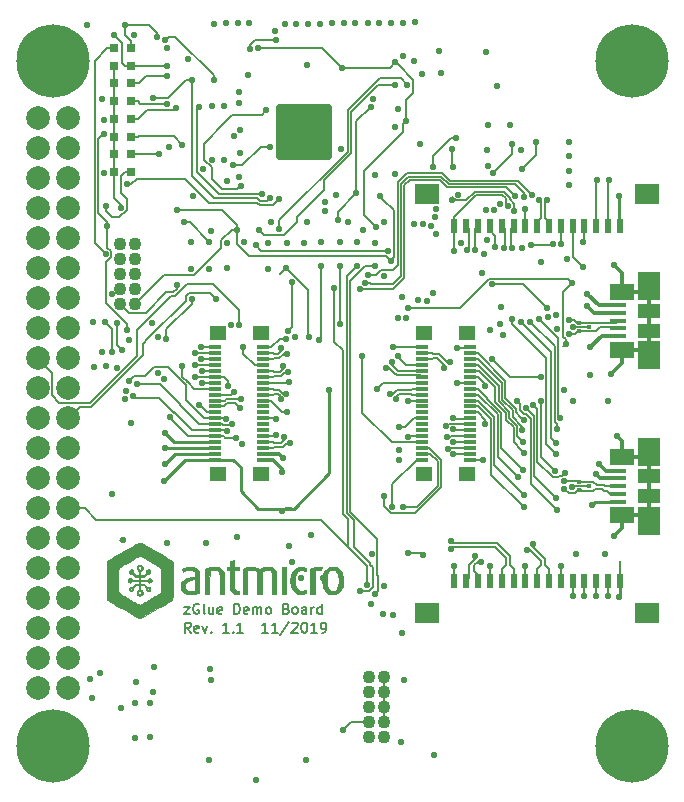
<source format=gbr>
G04 #@! TF.GenerationSoftware,KiCad,Pcbnew,5.1.4+dfsg1-1~bpo9+1*
G04 #@! TF.CreationDate,2019-11-25T12:29:00+01:00*
G04 #@! TF.ProjectId,zglue-demo-board,7a676c75-652d-4646-956d-6f2d626f6172,rev?*
G04 #@! TF.SameCoordinates,Original*
G04 #@! TF.FileFunction,Copper,L1,Top*
G04 #@! TF.FilePolarity,Positive*
%FSLAX46Y46*%
G04 Gerber Fmt 4.6, Leading zero omitted, Abs format (unit mm)*
G04 Created by KiCad (PCBNEW 5.1.4+dfsg1-1~bpo9+1) date 2019-11-25 12:29:00*
%MOMM*%
%LPD*%
G04 APERTURE LIST*
%ADD10C,0.180000*%
%ADD11C,0.001860*%
%ADD12C,0.500000*%
%ADD13C,0.100000*%
%ADD14C,4.700000*%
%ADD15R,0.800000X0.800000*%
%ADD16C,1.100000*%
%ADD17R,0.600000X1.300000*%
%ADD18R,2.000000X1.800000*%
%ADD19C,6.200000*%
%ADD20R,0.300000X0.300000*%
%ADD21R,1.100000X0.300000*%
%ADD22R,1.320000X1.300000*%
%ADD23C,2.000000*%
%ADD24R,1.380000X0.450000*%
%ADD25R,2.100000X1.475000*%
%ADD26R,1.900000X1.175000*%
%ADD27R,1.900000X2.375000*%
%ADD28C,0.550000*%
%ADD29C,0.200000*%
%ADD30C,0.150000*%
%ADD31C,0.300000*%
%ADD32C,0.250000*%
G04 APERTURE END LIST*
D10*
X15150476Y-52394523D02*
X14867142Y-51989761D01*
X14664761Y-52394523D02*
X14664761Y-51544523D01*
X14988571Y-51544523D01*
X15069523Y-51585000D01*
X15110000Y-51625476D01*
X15150476Y-51706428D01*
X15150476Y-51827857D01*
X15110000Y-51908809D01*
X15069523Y-51949285D01*
X14988571Y-51989761D01*
X14664761Y-51989761D01*
X15838571Y-52354047D02*
X15757619Y-52394523D01*
X15595714Y-52394523D01*
X15514761Y-52354047D01*
X15474285Y-52273095D01*
X15474285Y-51949285D01*
X15514761Y-51868333D01*
X15595714Y-51827857D01*
X15757619Y-51827857D01*
X15838571Y-51868333D01*
X15879047Y-51949285D01*
X15879047Y-52030238D01*
X15474285Y-52111190D01*
X16162380Y-51827857D02*
X16364761Y-52394523D01*
X16567142Y-51827857D01*
X16890952Y-52313571D02*
X16931428Y-52354047D01*
X16890952Y-52394523D01*
X16850476Y-52354047D01*
X16890952Y-52313571D01*
X16890952Y-52394523D01*
X18388571Y-52394523D02*
X17902857Y-52394523D01*
X18145714Y-52394523D02*
X18145714Y-51544523D01*
X18064761Y-51665952D01*
X17983809Y-51746904D01*
X17902857Y-51787380D01*
X18752857Y-52313571D02*
X18793333Y-52354047D01*
X18752857Y-52394523D01*
X18712380Y-52354047D01*
X18752857Y-52313571D01*
X18752857Y-52394523D01*
X19602857Y-52394523D02*
X19117142Y-52394523D01*
X19360000Y-52394523D02*
X19360000Y-51544523D01*
X19279047Y-51665952D01*
X19198095Y-51746904D01*
X19117142Y-51787380D01*
X21707619Y-52394523D02*
X21221904Y-52394523D01*
X21464761Y-52394523D02*
X21464761Y-51544523D01*
X21383809Y-51665952D01*
X21302857Y-51746904D01*
X21221904Y-51787380D01*
X22517142Y-52394523D02*
X22031428Y-52394523D01*
X22274285Y-52394523D02*
X22274285Y-51544523D01*
X22193333Y-51665952D01*
X22112380Y-51746904D01*
X22031428Y-51787380D01*
X23488571Y-51504047D02*
X22760000Y-52596904D01*
X23731428Y-51625476D02*
X23771904Y-51585000D01*
X23852857Y-51544523D01*
X24055238Y-51544523D01*
X24136190Y-51585000D01*
X24176666Y-51625476D01*
X24217142Y-51706428D01*
X24217142Y-51787380D01*
X24176666Y-51908809D01*
X23690952Y-52394523D01*
X24217142Y-52394523D01*
X24743333Y-51544523D02*
X24824285Y-51544523D01*
X24905238Y-51585000D01*
X24945714Y-51625476D01*
X24986190Y-51706428D01*
X25026666Y-51868333D01*
X25026666Y-52070714D01*
X24986190Y-52232619D01*
X24945714Y-52313571D01*
X24905238Y-52354047D01*
X24824285Y-52394523D01*
X24743333Y-52394523D01*
X24662380Y-52354047D01*
X24621904Y-52313571D01*
X24581428Y-52232619D01*
X24540952Y-52070714D01*
X24540952Y-51868333D01*
X24581428Y-51706428D01*
X24621904Y-51625476D01*
X24662380Y-51585000D01*
X24743333Y-51544523D01*
X25836190Y-52394523D02*
X25350476Y-52394523D01*
X25593333Y-52394523D02*
X25593333Y-51544523D01*
X25512380Y-51665952D01*
X25431428Y-51746904D01*
X25350476Y-51787380D01*
X26240952Y-52394523D02*
X26402857Y-52394523D01*
X26483809Y-52354047D01*
X26524285Y-52313571D01*
X26605238Y-52192142D01*
X26645714Y-52030238D01*
X26645714Y-51706428D01*
X26605238Y-51625476D01*
X26564761Y-51585000D01*
X26483809Y-51544523D01*
X26321904Y-51544523D01*
X26240952Y-51585000D01*
X26200476Y-51625476D01*
X26160000Y-51706428D01*
X26160000Y-51908809D01*
X26200476Y-51989761D01*
X26240952Y-52030238D01*
X26321904Y-52070714D01*
X26483809Y-52070714D01*
X26564761Y-52030238D01*
X26605238Y-51989761D01*
X26645714Y-51908809D01*
X14636190Y-50252857D02*
X15081428Y-50252857D01*
X14636190Y-50819523D01*
X15081428Y-50819523D01*
X15850476Y-50010000D02*
X15769523Y-49969523D01*
X15648095Y-49969523D01*
X15526666Y-50010000D01*
X15445714Y-50090952D01*
X15405238Y-50171904D01*
X15364761Y-50333809D01*
X15364761Y-50455238D01*
X15405238Y-50617142D01*
X15445714Y-50698095D01*
X15526666Y-50779047D01*
X15648095Y-50819523D01*
X15729047Y-50819523D01*
X15850476Y-50779047D01*
X15890952Y-50738571D01*
X15890952Y-50455238D01*
X15729047Y-50455238D01*
X16376666Y-50819523D02*
X16295714Y-50779047D01*
X16255238Y-50698095D01*
X16255238Y-49969523D01*
X17064761Y-50252857D02*
X17064761Y-50819523D01*
X16700476Y-50252857D02*
X16700476Y-50698095D01*
X16740952Y-50779047D01*
X16821904Y-50819523D01*
X16943333Y-50819523D01*
X17024285Y-50779047D01*
X17064761Y-50738571D01*
X17793333Y-50779047D02*
X17712380Y-50819523D01*
X17550476Y-50819523D01*
X17469523Y-50779047D01*
X17429047Y-50698095D01*
X17429047Y-50374285D01*
X17469523Y-50293333D01*
X17550476Y-50252857D01*
X17712380Y-50252857D01*
X17793333Y-50293333D01*
X17833809Y-50374285D01*
X17833809Y-50455238D01*
X17429047Y-50536190D01*
X18845714Y-50819523D02*
X18845714Y-49969523D01*
X19048095Y-49969523D01*
X19169523Y-50010000D01*
X19250476Y-50090952D01*
X19290952Y-50171904D01*
X19331428Y-50333809D01*
X19331428Y-50455238D01*
X19290952Y-50617142D01*
X19250476Y-50698095D01*
X19169523Y-50779047D01*
X19048095Y-50819523D01*
X18845714Y-50819523D01*
X20019523Y-50779047D02*
X19938571Y-50819523D01*
X19776666Y-50819523D01*
X19695714Y-50779047D01*
X19655238Y-50698095D01*
X19655238Y-50374285D01*
X19695714Y-50293333D01*
X19776666Y-50252857D01*
X19938571Y-50252857D01*
X20019523Y-50293333D01*
X20060000Y-50374285D01*
X20060000Y-50455238D01*
X19655238Y-50536190D01*
X20424285Y-50819523D02*
X20424285Y-50252857D01*
X20424285Y-50333809D02*
X20464761Y-50293333D01*
X20545714Y-50252857D01*
X20667142Y-50252857D01*
X20748095Y-50293333D01*
X20788571Y-50374285D01*
X20788571Y-50819523D01*
X20788571Y-50374285D02*
X20829047Y-50293333D01*
X20909999Y-50252857D01*
X21031428Y-50252857D01*
X21112380Y-50293333D01*
X21152857Y-50374285D01*
X21152857Y-50819523D01*
X21679047Y-50819523D02*
X21598095Y-50779047D01*
X21557619Y-50738571D01*
X21517142Y-50657619D01*
X21517142Y-50414761D01*
X21557619Y-50333809D01*
X21598095Y-50293333D01*
X21679047Y-50252857D01*
X21800476Y-50252857D01*
X21881428Y-50293333D01*
X21921904Y-50333809D01*
X21962380Y-50414761D01*
X21962380Y-50657619D01*
X21921904Y-50738571D01*
X21881428Y-50779047D01*
X21800476Y-50819523D01*
X21679047Y-50819523D01*
X23257619Y-50374285D02*
X23379047Y-50414761D01*
X23419523Y-50455238D01*
X23459999Y-50536190D01*
X23459999Y-50657619D01*
X23419523Y-50738571D01*
X23379047Y-50779047D01*
X23298095Y-50819523D01*
X22974285Y-50819523D01*
X22974285Y-49969523D01*
X23257619Y-49969523D01*
X23338571Y-50010000D01*
X23379047Y-50050476D01*
X23419523Y-50131428D01*
X23419523Y-50212380D01*
X23379047Y-50293333D01*
X23338571Y-50333809D01*
X23257619Y-50374285D01*
X22974285Y-50374285D01*
X23945714Y-50819523D02*
X23864761Y-50779047D01*
X23824285Y-50738571D01*
X23783809Y-50657619D01*
X23783809Y-50414761D01*
X23824285Y-50333809D01*
X23864761Y-50293333D01*
X23945714Y-50252857D01*
X24067142Y-50252857D01*
X24148095Y-50293333D01*
X24188571Y-50333809D01*
X24229047Y-50414761D01*
X24229047Y-50657619D01*
X24188571Y-50738571D01*
X24148095Y-50779047D01*
X24067142Y-50819523D01*
X23945714Y-50819523D01*
X24957619Y-50819523D02*
X24957619Y-50374285D01*
X24917142Y-50293333D01*
X24836190Y-50252857D01*
X24674285Y-50252857D01*
X24593333Y-50293333D01*
X24957619Y-50779047D02*
X24876666Y-50819523D01*
X24674285Y-50819523D01*
X24593333Y-50779047D01*
X24552857Y-50698095D01*
X24552857Y-50617142D01*
X24593333Y-50536190D01*
X24674285Y-50495714D01*
X24876666Y-50495714D01*
X24957619Y-50455238D01*
X25362380Y-50819523D02*
X25362380Y-50252857D01*
X25362380Y-50414761D02*
X25402857Y-50333809D01*
X25443333Y-50293333D01*
X25524285Y-50252857D01*
X25605238Y-50252857D01*
X26252857Y-50819523D02*
X26252857Y-49969523D01*
X26252857Y-50779047D02*
X26171904Y-50819523D01*
X26009999Y-50819523D01*
X25929047Y-50779047D01*
X25888571Y-50738571D01*
X25848095Y-50657619D01*
X25848095Y-50414761D01*
X25888571Y-50333809D01*
X25929047Y-50293333D01*
X26009999Y-50252857D01*
X26171904Y-50252857D01*
X26252857Y-50293333D01*
D11*
G36*
X10907858Y-44794154D02*
G01*
X10973014Y-44809089D01*
X10974103Y-44809539D01*
X10994597Y-44820232D01*
X11039945Y-44845318D01*
X11107742Y-44883414D01*
X11195582Y-44933138D01*
X11301060Y-44993105D01*
X11421770Y-45061933D01*
X11555306Y-45138238D01*
X11699263Y-45220638D01*
X11851236Y-45307750D01*
X12008818Y-45398190D01*
X12169605Y-45490575D01*
X12331190Y-45583522D01*
X12491169Y-45675648D01*
X12647134Y-45765570D01*
X12796682Y-45851904D01*
X12937406Y-45933268D01*
X13066901Y-46008279D01*
X13182761Y-46075553D01*
X13282580Y-46133707D01*
X13363954Y-46181359D01*
X13424476Y-46217124D01*
X13461741Y-46239621D01*
X13465999Y-46242284D01*
X13532798Y-46297139D01*
X13584109Y-46362739D01*
X13626938Y-46435594D01*
X13631185Y-47936694D01*
X13631822Y-48223912D01*
X13632033Y-48483067D01*
X13631819Y-48713768D01*
X13631183Y-48915625D01*
X13630130Y-49088247D01*
X13628661Y-49231242D01*
X13626779Y-49344219D01*
X13624489Y-49426788D01*
X13621791Y-49478558D01*
X13619421Y-49497256D01*
X13612991Y-49520965D01*
X13606136Y-49542589D01*
X13597223Y-49563216D01*
X13584614Y-49583937D01*
X13566676Y-49605840D01*
X13541773Y-49630014D01*
X13508270Y-49657548D01*
X13464531Y-49689532D01*
X13408923Y-49727053D01*
X13339809Y-49771202D01*
X13255555Y-49823068D01*
X13154525Y-49883738D01*
X13035084Y-49954304D01*
X12895598Y-50035853D01*
X12734430Y-50129474D01*
X12549947Y-50236257D01*
X12340513Y-50357291D01*
X12247302Y-50411142D01*
X10981274Y-51142603D01*
X10863164Y-51148672D01*
X10745054Y-51154742D01*
X10280488Y-50887563D01*
X9996010Y-50723979D01*
X9737538Y-50575352D01*
X9503807Y-50440884D01*
X9293550Y-50319777D01*
X9105501Y-50211231D01*
X8938394Y-50114450D01*
X8790963Y-50028634D01*
X8661943Y-49952986D01*
X8550066Y-49886708D01*
X8454068Y-49829000D01*
X8372682Y-49779066D01*
X8304642Y-49736106D01*
X8248682Y-49699323D01*
X8203535Y-49667918D01*
X8167937Y-49641094D01*
X8140621Y-49618051D01*
X8120322Y-49597992D01*
X8105772Y-49580119D01*
X8095706Y-49563633D01*
X8088858Y-49547736D01*
X8083961Y-49531630D01*
X8079751Y-49514516D01*
X8075421Y-49497290D01*
X8072405Y-49469658D01*
X8069795Y-49410912D01*
X8067593Y-49321435D01*
X8065802Y-49201605D01*
X8064425Y-49051803D01*
X8063466Y-48872410D01*
X8062926Y-48663806D01*
X8062809Y-48426373D01*
X8063118Y-48160489D01*
X8063566Y-47971024D01*
X9036396Y-47971024D01*
X9036417Y-48175721D01*
X9036598Y-48351328D01*
X9037116Y-48500252D01*
X9038149Y-48624899D01*
X9039873Y-48727676D01*
X9042465Y-48810988D01*
X9046103Y-48877244D01*
X9050964Y-48928847D01*
X9057225Y-48968206D01*
X9065063Y-48997727D01*
X9074655Y-49019815D01*
X9086178Y-49036878D01*
X9099810Y-49051321D01*
X9115727Y-49065552D01*
X9117043Y-49066700D01*
X9138142Y-49081079D01*
X9183539Y-49109185D01*
X9250268Y-49149311D01*
X9335363Y-49199750D01*
X9435858Y-49258796D01*
X9548787Y-49324740D01*
X9671184Y-49395876D01*
X9800083Y-49470497D01*
X9932519Y-49546896D01*
X10065524Y-49623365D01*
X10196134Y-49698198D01*
X10321382Y-49769687D01*
X10438302Y-49836126D01*
X10543929Y-49895807D01*
X10635296Y-49947023D01*
X10709437Y-49988068D01*
X10763387Y-50017233D01*
X10794179Y-50032813D01*
X10799008Y-50034762D01*
X10838054Y-50045408D01*
X10865348Y-50046037D01*
X10897695Y-50035649D01*
X10916880Y-50027739D01*
X10943112Y-50014599D01*
X10993026Y-49987524D01*
X11063637Y-49948241D01*
X11151960Y-49898476D01*
X11255011Y-49839956D01*
X11369804Y-49774405D01*
X11493356Y-49703552D01*
X11622682Y-49629121D01*
X11754798Y-49552839D01*
X11886718Y-49476433D01*
X12015459Y-49401628D01*
X12138035Y-49330151D01*
X12251463Y-49263728D01*
X12352757Y-49204084D01*
X12438933Y-49152947D01*
X12507006Y-49112043D01*
X12553993Y-49083097D01*
X12576907Y-49067836D01*
X12577789Y-49067104D01*
X12593891Y-49052621D01*
X12607693Y-49038146D01*
X12619373Y-49021271D01*
X12629107Y-48999588D01*
X12637073Y-48970687D01*
X12643448Y-48932161D01*
X12648409Y-48881599D01*
X12652133Y-48816593D01*
X12654798Y-48734736D01*
X12656581Y-48633616D01*
X12657659Y-48510827D01*
X12658210Y-48363959D01*
X12658409Y-48190603D01*
X12658436Y-47988351D01*
X12658436Y-47971024D01*
X12658433Y-47765425D01*
X12658286Y-47588931D01*
X12657785Y-47439151D01*
X12656720Y-47313693D01*
X12654883Y-47210166D01*
X12652065Y-47126179D01*
X12648055Y-47059341D01*
X12642645Y-47007260D01*
X12635625Y-46967546D01*
X12626787Y-46937806D01*
X12615921Y-46915651D01*
X12602818Y-46898689D01*
X12587268Y-46884528D01*
X12569063Y-46870778D01*
X12561682Y-46865367D01*
X12538559Y-46850489D01*
X12490728Y-46821464D01*
X12420802Y-46779824D01*
X12331389Y-46727098D01*
X12225101Y-46664817D01*
X12104547Y-46594511D01*
X11972339Y-46517711D01*
X11831087Y-46435947D01*
X11712007Y-46367229D01*
X11541856Y-46269299D01*
X11396715Y-46186096D01*
X11274403Y-46116459D01*
X11172734Y-46059225D01*
X11089526Y-46013232D01*
X11022595Y-45977319D01*
X10969758Y-45950324D01*
X10928831Y-45931084D01*
X10897631Y-45918437D01*
X10873975Y-45911223D01*
X10855678Y-45908279D01*
X10849103Y-45908036D01*
X10832641Y-45909524D01*
X10811755Y-45914750D01*
X10784300Y-45924861D01*
X10748133Y-45941000D01*
X10701110Y-45964313D01*
X10641086Y-45995945D01*
X10565917Y-46037041D01*
X10473461Y-46088745D01*
X10361573Y-46152204D01*
X10228109Y-46228561D01*
X10070925Y-46318962D01*
X9960890Y-46382410D01*
X9812796Y-46467998D01*
X9672296Y-46549465D01*
X9541858Y-46625359D01*
X9423955Y-46694231D01*
X9321056Y-46754630D01*
X9235632Y-46805107D01*
X9170154Y-46844212D01*
X9127094Y-46870493D01*
X9109025Y-46882409D01*
X9094524Y-46895426D01*
X9082094Y-46909199D01*
X9071576Y-46926121D01*
X9062809Y-46948583D01*
X9055635Y-46978976D01*
X9049894Y-47019694D01*
X9045426Y-47073129D01*
X9042072Y-47141671D01*
X9039671Y-47227713D01*
X9038066Y-47333647D01*
X9037095Y-47461865D01*
X9036599Y-47614759D01*
X9036420Y-47794721D01*
X9036396Y-47971024D01*
X8063566Y-47971024D01*
X8063647Y-47936694D01*
X8064326Y-47681526D01*
X8064912Y-47455932D01*
X8065528Y-47257989D01*
X8066293Y-47085776D01*
X8067330Y-46937371D01*
X8068759Y-46810852D01*
X8070703Y-46704298D01*
X8073282Y-46615786D01*
X8076617Y-46543395D01*
X8080830Y-46485202D01*
X8086043Y-46439287D01*
X8092376Y-46403727D01*
X8099950Y-46376600D01*
X8108888Y-46355985D01*
X8119310Y-46339960D01*
X8131338Y-46326603D01*
X8145092Y-46313992D01*
X8160695Y-46300205D01*
X8167316Y-46294086D01*
X8187386Y-46280068D01*
X8232768Y-46251538D01*
X8301464Y-46209677D01*
X8391476Y-46155663D01*
X8500806Y-46090676D01*
X8627456Y-46015895D01*
X8769428Y-45932500D01*
X8924725Y-45841669D01*
X9091348Y-45744582D01*
X9267300Y-45642419D01*
X9450582Y-45536358D01*
X9470141Y-45525061D01*
X9683799Y-45401694D01*
X9871960Y-45293139D01*
X10036390Y-45198439D01*
X10178857Y-45116639D01*
X10301128Y-45046782D01*
X10404970Y-44987911D01*
X10492150Y-44939071D01*
X10564435Y-44899306D01*
X10623592Y-44867659D01*
X10671390Y-44843174D01*
X10709594Y-44824896D01*
X10739972Y-44811867D01*
X10764292Y-44803131D01*
X10784319Y-44797733D01*
X10801823Y-44794716D01*
X10818569Y-44793125D01*
X10823480Y-44792797D01*
X10907858Y-44794154D01*
X10907858Y-44794154D01*
G37*
X10907858Y-44794154D02*
X10973014Y-44809089D01*
X10974103Y-44809539D01*
X10994597Y-44820232D01*
X11039945Y-44845318D01*
X11107742Y-44883414D01*
X11195582Y-44933138D01*
X11301060Y-44993105D01*
X11421770Y-45061933D01*
X11555306Y-45138238D01*
X11699263Y-45220638D01*
X11851236Y-45307750D01*
X12008818Y-45398190D01*
X12169605Y-45490575D01*
X12331190Y-45583522D01*
X12491169Y-45675648D01*
X12647134Y-45765570D01*
X12796682Y-45851904D01*
X12937406Y-45933268D01*
X13066901Y-46008279D01*
X13182761Y-46075553D01*
X13282580Y-46133707D01*
X13363954Y-46181359D01*
X13424476Y-46217124D01*
X13461741Y-46239621D01*
X13465999Y-46242284D01*
X13532798Y-46297139D01*
X13584109Y-46362739D01*
X13626938Y-46435594D01*
X13631185Y-47936694D01*
X13631822Y-48223912D01*
X13632033Y-48483067D01*
X13631819Y-48713768D01*
X13631183Y-48915625D01*
X13630130Y-49088247D01*
X13628661Y-49231242D01*
X13626779Y-49344219D01*
X13624489Y-49426788D01*
X13621791Y-49478558D01*
X13619421Y-49497256D01*
X13612991Y-49520965D01*
X13606136Y-49542589D01*
X13597223Y-49563216D01*
X13584614Y-49583937D01*
X13566676Y-49605840D01*
X13541773Y-49630014D01*
X13508270Y-49657548D01*
X13464531Y-49689532D01*
X13408923Y-49727053D01*
X13339809Y-49771202D01*
X13255555Y-49823068D01*
X13154525Y-49883738D01*
X13035084Y-49954304D01*
X12895598Y-50035853D01*
X12734430Y-50129474D01*
X12549947Y-50236257D01*
X12340513Y-50357291D01*
X12247302Y-50411142D01*
X10981274Y-51142603D01*
X10863164Y-51148672D01*
X10745054Y-51154742D01*
X10280488Y-50887563D01*
X9996010Y-50723979D01*
X9737538Y-50575352D01*
X9503807Y-50440884D01*
X9293550Y-50319777D01*
X9105501Y-50211231D01*
X8938394Y-50114450D01*
X8790963Y-50028634D01*
X8661943Y-49952986D01*
X8550066Y-49886708D01*
X8454068Y-49829000D01*
X8372682Y-49779066D01*
X8304642Y-49736106D01*
X8248682Y-49699323D01*
X8203535Y-49667918D01*
X8167937Y-49641094D01*
X8140621Y-49618051D01*
X8120322Y-49597992D01*
X8105772Y-49580119D01*
X8095706Y-49563633D01*
X8088858Y-49547736D01*
X8083961Y-49531630D01*
X8079751Y-49514516D01*
X8075421Y-49497290D01*
X8072405Y-49469658D01*
X8069795Y-49410912D01*
X8067593Y-49321435D01*
X8065802Y-49201605D01*
X8064425Y-49051803D01*
X8063466Y-48872410D01*
X8062926Y-48663806D01*
X8062809Y-48426373D01*
X8063118Y-48160489D01*
X8063566Y-47971024D01*
X9036396Y-47971024D01*
X9036417Y-48175721D01*
X9036598Y-48351328D01*
X9037116Y-48500252D01*
X9038149Y-48624899D01*
X9039873Y-48727676D01*
X9042465Y-48810988D01*
X9046103Y-48877244D01*
X9050964Y-48928847D01*
X9057225Y-48968206D01*
X9065063Y-48997727D01*
X9074655Y-49019815D01*
X9086178Y-49036878D01*
X9099810Y-49051321D01*
X9115727Y-49065552D01*
X9117043Y-49066700D01*
X9138142Y-49081079D01*
X9183539Y-49109185D01*
X9250268Y-49149311D01*
X9335363Y-49199750D01*
X9435858Y-49258796D01*
X9548787Y-49324740D01*
X9671184Y-49395876D01*
X9800083Y-49470497D01*
X9932519Y-49546896D01*
X10065524Y-49623365D01*
X10196134Y-49698198D01*
X10321382Y-49769687D01*
X10438302Y-49836126D01*
X10543929Y-49895807D01*
X10635296Y-49947023D01*
X10709437Y-49988068D01*
X10763387Y-50017233D01*
X10794179Y-50032813D01*
X10799008Y-50034762D01*
X10838054Y-50045408D01*
X10865348Y-50046037D01*
X10897695Y-50035649D01*
X10916880Y-50027739D01*
X10943112Y-50014599D01*
X10993026Y-49987524D01*
X11063637Y-49948241D01*
X11151960Y-49898476D01*
X11255011Y-49839956D01*
X11369804Y-49774405D01*
X11493356Y-49703552D01*
X11622682Y-49629121D01*
X11754798Y-49552839D01*
X11886718Y-49476433D01*
X12015459Y-49401628D01*
X12138035Y-49330151D01*
X12251463Y-49263728D01*
X12352757Y-49204084D01*
X12438933Y-49152947D01*
X12507006Y-49112043D01*
X12553993Y-49083097D01*
X12576907Y-49067836D01*
X12577789Y-49067104D01*
X12593891Y-49052621D01*
X12607693Y-49038146D01*
X12619373Y-49021271D01*
X12629107Y-48999588D01*
X12637073Y-48970687D01*
X12643448Y-48932161D01*
X12648409Y-48881599D01*
X12652133Y-48816593D01*
X12654798Y-48734736D01*
X12656581Y-48633616D01*
X12657659Y-48510827D01*
X12658210Y-48363959D01*
X12658409Y-48190603D01*
X12658436Y-47988351D01*
X12658436Y-47971024D01*
X12658433Y-47765425D01*
X12658286Y-47588931D01*
X12657785Y-47439151D01*
X12656720Y-47313693D01*
X12654883Y-47210166D01*
X12652065Y-47126179D01*
X12648055Y-47059341D01*
X12642645Y-47007260D01*
X12635625Y-46967546D01*
X12626787Y-46937806D01*
X12615921Y-46915651D01*
X12602818Y-46898689D01*
X12587268Y-46884528D01*
X12569063Y-46870778D01*
X12561682Y-46865367D01*
X12538559Y-46850489D01*
X12490728Y-46821464D01*
X12420802Y-46779824D01*
X12331389Y-46727098D01*
X12225101Y-46664817D01*
X12104547Y-46594511D01*
X11972339Y-46517711D01*
X11831087Y-46435947D01*
X11712007Y-46367229D01*
X11541856Y-46269299D01*
X11396715Y-46186096D01*
X11274403Y-46116459D01*
X11172734Y-46059225D01*
X11089526Y-46013232D01*
X11022595Y-45977319D01*
X10969758Y-45950324D01*
X10928831Y-45931084D01*
X10897631Y-45918437D01*
X10873975Y-45911223D01*
X10855678Y-45908279D01*
X10849103Y-45908036D01*
X10832641Y-45909524D01*
X10811755Y-45914750D01*
X10784300Y-45924861D01*
X10748133Y-45941000D01*
X10701110Y-45964313D01*
X10641086Y-45995945D01*
X10565917Y-46037041D01*
X10473461Y-46088745D01*
X10361573Y-46152204D01*
X10228109Y-46228561D01*
X10070925Y-46318962D01*
X9960890Y-46382410D01*
X9812796Y-46467998D01*
X9672296Y-46549465D01*
X9541858Y-46625359D01*
X9423955Y-46694231D01*
X9321056Y-46754630D01*
X9235632Y-46805107D01*
X9170154Y-46844212D01*
X9127094Y-46870493D01*
X9109025Y-46882409D01*
X9094524Y-46895426D01*
X9082094Y-46909199D01*
X9071576Y-46926121D01*
X9062809Y-46948583D01*
X9055635Y-46978976D01*
X9049894Y-47019694D01*
X9045426Y-47073129D01*
X9042072Y-47141671D01*
X9039671Y-47227713D01*
X9038066Y-47333647D01*
X9037095Y-47461865D01*
X9036599Y-47614759D01*
X9036420Y-47794721D01*
X9036396Y-47971024D01*
X8063566Y-47971024D01*
X8063647Y-47936694D01*
X8064326Y-47681526D01*
X8064912Y-47455932D01*
X8065528Y-47257989D01*
X8066293Y-47085776D01*
X8067330Y-46937371D01*
X8068759Y-46810852D01*
X8070703Y-46704298D01*
X8073282Y-46615786D01*
X8076617Y-46543395D01*
X8080830Y-46485202D01*
X8086043Y-46439287D01*
X8092376Y-46403727D01*
X8099950Y-46376600D01*
X8108888Y-46355985D01*
X8119310Y-46339960D01*
X8131338Y-46326603D01*
X8145092Y-46313992D01*
X8160695Y-46300205D01*
X8167316Y-46294086D01*
X8187386Y-46280068D01*
X8232768Y-46251538D01*
X8301464Y-46209677D01*
X8391476Y-46155663D01*
X8500806Y-46090676D01*
X8627456Y-46015895D01*
X8769428Y-45932500D01*
X8924725Y-45841669D01*
X9091348Y-45744582D01*
X9267300Y-45642419D01*
X9450582Y-45536358D01*
X9470141Y-45525061D01*
X9683799Y-45401694D01*
X9871960Y-45293139D01*
X10036390Y-45198439D01*
X10178857Y-45116639D01*
X10301128Y-45046782D01*
X10404970Y-44987911D01*
X10492150Y-44939071D01*
X10564435Y-44899306D01*
X10623592Y-44867659D01*
X10671390Y-44843174D01*
X10709594Y-44824896D01*
X10739972Y-44811867D01*
X10764292Y-44803131D01*
X10784319Y-44797733D01*
X10801823Y-44794716D01*
X10818569Y-44793125D01*
X10823480Y-44792797D01*
X10907858Y-44794154D01*
G36*
X15297751Y-46847833D02*
G01*
X15397450Y-46866497D01*
X15510608Y-46901190D01*
X15601916Y-46944245D01*
X15680837Y-47000654D01*
X15719641Y-47036444D01*
X15776867Y-47107912D01*
X15828247Y-47199412D01*
X15868063Y-47299483D01*
X15886450Y-47370881D01*
X15890100Y-47406332D01*
X15893376Y-47470657D01*
X15896231Y-47561233D01*
X15898613Y-47675439D01*
X15900475Y-47810653D01*
X15901765Y-47964254D01*
X15902436Y-48133621D01*
X15902524Y-48224404D01*
X15902524Y-48993170D01*
X15828716Y-49025819D01*
X15696561Y-49073297D01*
X15543469Y-49109980D01*
X15378484Y-49134719D01*
X15210650Y-49146367D01*
X15049012Y-49143776D01*
X14963755Y-49135571D01*
X14796711Y-49102290D01*
X14653931Y-49049385D01*
X14535703Y-48977171D01*
X14442314Y-48885962D01*
X14374051Y-48776070D01*
X14331202Y-48647809D01*
X14314054Y-48501493D01*
X14314884Y-48428039D01*
X14316891Y-48414154D01*
X14677704Y-48414154D01*
X14680632Y-48544438D01*
X14708945Y-48657040D01*
X14762035Y-48751021D01*
X14839297Y-48825443D01*
X14940127Y-48879368D01*
X14988361Y-48895398D01*
X15049981Y-48905934D01*
X15132502Y-48910730D01*
X15225929Y-48910162D01*
X15320266Y-48904607D01*
X15405517Y-48894439D01*
X15471688Y-48880036D01*
X15481265Y-48876856D01*
X15556068Y-48849951D01*
X15556068Y-47858522D01*
X15465517Y-47869447D01*
X15407727Y-47878538D01*
X15332910Y-47893205D01*
X15254431Y-47910765D01*
X15229756Y-47916800D01*
X15068315Y-47966434D01*
X14935748Y-48027420D01*
X14831297Y-48100441D01*
X14754201Y-48186184D01*
X14703701Y-48285331D01*
X14679037Y-48398569D01*
X14677704Y-48414154D01*
X14316891Y-48414154D01*
X14335388Y-48286169D01*
X14382933Y-48160045D01*
X14458113Y-48048308D01*
X14501016Y-48002457D01*
X14595816Y-47927132D01*
X14717700Y-47857807D01*
X14862579Y-47795995D01*
X15026361Y-47743213D01*
X15204957Y-47700977D01*
X15394275Y-47670801D01*
X15397104Y-47670456D01*
X15560366Y-47650670D01*
X15550927Y-47516926D01*
X15532663Y-47390797D01*
X15496434Y-47289588D01*
X15440603Y-47211285D01*
X15363535Y-47153874D01*
X15263592Y-47115341D01*
X15215755Y-47104557D01*
X15085531Y-47093216D01*
X14940788Y-47104064D01*
X14788300Y-47136084D01*
X14634839Y-47188258D01*
X14621329Y-47193858D01*
X14572899Y-47213070D01*
X14537419Y-47224946D01*
X14523320Y-47226989D01*
X14515289Y-47210365D01*
X14500176Y-47173295D01*
X14481470Y-47125006D01*
X14462660Y-47074722D01*
X14447235Y-47031667D01*
X14438684Y-47005065D01*
X14437960Y-47001296D01*
X14451145Y-46991016D01*
X14485372Y-46972840D01*
X14523843Y-46954933D01*
X14665211Y-46903792D01*
X14821962Y-46866633D01*
X14985420Y-46844335D01*
X15146908Y-46837775D01*
X15297751Y-46847833D01*
X15297751Y-46847833D01*
G37*
X15297751Y-46847833D02*
X15397450Y-46866497D01*
X15510608Y-46901190D01*
X15601916Y-46944245D01*
X15680837Y-47000654D01*
X15719641Y-47036444D01*
X15776867Y-47107912D01*
X15828247Y-47199412D01*
X15868063Y-47299483D01*
X15886450Y-47370881D01*
X15890100Y-47406332D01*
X15893376Y-47470657D01*
X15896231Y-47561233D01*
X15898613Y-47675439D01*
X15900475Y-47810653D01*
X15901765Y-47964254D01*
X15902436Y-48133621D01*
X15902524Y-48224404D01*
X15902524Y-48993170D01*
X15828716Y-49025819D01*
X15696561Y-49073297D01*
X15543469Y-49109980D01*
X15378484Y-49134719D01*
X15210650Y-49146367D01*
X15049012Y-49143776D01*
X14963755Y-49135571D01*
X14796711Y-49102290D01*
X14653931Y-49049385D01*
X14535703Y-48977171D01*
X14442314Y-48885962D01*
X14374051Y-48776070D01*
X14331202Y-48647809D01*
X14314054Y-48501493D01*
X14314884Y-48428039D01*
X14316891Y-48414154D01*
X14677704Y-48414154D01*
X14680632Y-48544438D01*
X14708945Y-48657040D01*
X14762035Y-48751021D01*
X14839297Y-48825443D01*
X14940127Y-48879368D01*
X14988361Y-48895398D01*
X15049981Y-48905934D01*
X15132502Y-48910730D01*
X15225929Y-48910162D01*
X15320266Y-48904607D01*
X15405517Y-48894439D01*
X15471688Y-48880036D01*
X15481265Y-48876856D01*
X15556068Y-48849951D01*
X15556068Y-47858522D01*
X15465517Y-47869447D01*
X15407727Y-47878538D01*
X15332910Y-47893205D01*
X15254431Y-47910765D01*
X15229756Y-47916800D01*
X15068315Y-47966434D01*
X14935748Y-48027420D01*
X14831297Y-48100441D01*
X14754201Y-48186184D01*
X14703701Y-48285331D01*
X14679037Y-48398569D01*
X14677704Y-48414154D01*
X14316891Y-48414154D01*
X14335388Y-48286169D01*
X14382933Y-48160045D01*
X14458113Y-48048308D01*
X14501016Y-48002457D01*
X14595816Y-47927132D01*
X14717700Y-47857807D01*
X14862579Y-47795995D01*
X15026361Y-47743213D01*
X15204957Y-47700977D01*
X15394275Y-47670801D01*
X15397104Y-47670456D01*
X15560366Y-47650670D01*
X15550927Y-47516926D01*
X15532663Y-47390797D01*
X15496434Y-47289588D01*
X15440603Y-47211285D01*
X15363535Y-47153874D01*
X15263592Y-47115341D01*
X15215755Y-47104557D01*
X15085531Y-47093216D01*
X14940788Y-47104064D01*
X14788300Y-47136084D01*
X14634839Y-47188258D01*
X14621329Y-47193858D01*
X14572899Y-47213070D01*
X14537419Y-47224946D01*
X14523320Y-47226989D01*
X14515289Y-47210365D01*
X14500176Y-47173295D01*
X14481470Y-47125006D01*
X14462660Y-47074722D01*
X14447235Y-47031667D01*
X14438684Y-47005065D01*
X14437960Y-47001296D01*
X14451145Y-46991016D01*
X14485372Y-46972840D01*
X14523843Y-46954933D01*
X14665211Y-46903792D01*
X14821962Y-46866633D01*
X14985420Y-46844335D01*
X15146908Y-46837775D01*
X15297751Y-46847833D01*
G36*
X24540642Y-46840011D02*
G01*
X24644340Y-46850059D01*
X24702021Y-46860910D01*
X24761468Y-46878026D01*
X24825304Y-46901271D01*
X24885268Y-46927041D01*
X24933099Y-46951732D01*
X24960536Y-46971740D01*
X24962731Y-46974663D01*
X24961034Y-46994245D01*
X24949691Y-47032719D01*
X24932257Y-47081037D01*
X24912289Y-47130151D01*
X24893344Y-47171015D01*
X24878977Y-47194581D01*
X24875277Y-47197140D01*
X24855840Y-47191467D01*
X24817145Y-47175946D01*
X24777966Y-47158637D01*
X24657556Y-47116817D01*
X24538303Y-47100564D01*
X24425741Y-47110051D01*
X24327082Y-47144575D01*
X24244633Y-47203565D01*
X24169079Y-47290093D01*
X24102796Y-47400527D01*
X24048158Y-47531237D01*
X24024987Y-47606560D01*
X24006700Y-47699379D01*
X23994948Y-47813674D01*
X23989731Y-47940106D01*
X23991048Y-48069342D01*
X23998899Y-48192043D01*
X24013283Y-48298876D01*
X24025029Y-48351403D01*
X24078441Y-48507854D01*
X24145682Y-48636208D01*
X24226949Y-48736760D01*
X24322433Y-48809803D01*
X24329842Y-48813997D01*
X24378046Y-48838461D01*
X24420476Y-48852533D01*
X24469360Y-48858899D01*
X24536928Y-48860247D01*
X24540302Y-48860234D01*
X24611196Y-48857119D01*
X24673423Y-48846543D01*
X24736539Y-48825628D01*
X24810104Y-48791498D01*
X24865132Y-48762451D01*
X24871994Y-48766864D01*
X24883881Y-48787522D01*
X24902273Y-48827671D01*
X24928648Y-48890555D01*
X24964485Y-48979421D01*
X24967856Y-48987878D01*
X24958997Y-49004820D01*
X24926949Y-49028588D01*
X24878267Y-49055640D01*
X24819502Y-49082438D01*
X24757208Y-49105441D01*
X24740962Y-49110446D01*
X24656243Y-49128476D01*
X24554197Y-49140035D01*
X24448370Y-49144337D01*
X24352302Y-49140592D01*
X24311956Y-49135421D01*
X24252955Y-49120449D01*
X24181933Y-49095569D01*
X24115106Y-49066553D01*
X23984393Y-48985216D01*
X23871546Y-48878355D01*
X23777058Y-48746718D01*
X23701420Y-48591051D01*
X23645125Y-48412101D01*
X23626382Y-48324966D01*
X23612710Y-48221836D01*
X23605515Y-48099652D01*
X23604535Y-47967268D01*
X23609505Y-47833541D01*
X23620163Y-47707326D01*
X23636246Y-47597478D01*
X23649781Y-47537966D01*
X23710979Y-47363646D01*
X23791770Y-47211736D01*
X23891148Y-47083374D01*
X24008105Y-46979697D01*
X24141634Y-46901841D01*
X24247885Y-46862292D01*
X24330746Y-46846163D01*
X24432221Y-46838724D01*
X24540642Y-46840011D01*
X24540642Y-46840011D01*
G37*
X24540642Y-46840011D02*
X24644340Y-46850059D01*
X24702021Y-46860910D01*
X24761468Y-46878026D01*
X24825304Y-46901271D01*
X24885268Y-46927041D01*
X24933099Y-46951732D01*
X24960536Y-46971740D01*
X24962731Y-46974663D01*
X24961034Y-46994245D01*
X24949691Y-47032719D01*
X24932257Y-47081037D01*
X24912289Y-47130151D01*
X24893344Y-47171015D01*
X24878977Y-47194581D01*
X24875277Y-47197140D01*
X24855840Y-47191467D01*
X24817145Y-47175946D01*
X24777966Y-47158637D01*
X24657556Y-47116817D01*
X24538303Y-47100564D01*
X24425741Y-47110051D01*
X24327082Y-47144575D01*
X24244633Y-47203565D01*
X24169079Y-47290093D01*
X24102796Y-47400527D01*
X24048158Y-47531237D01*
X24024987Y-47606560D01*
X24006700Y-47699379D01*
X23994948Y-47813674D01*
X23989731Y-47940106D01*
X23991048Y-48069342D01*
X23998899Y-48192043D01*
X24013283Y-48298876D01*
X24025029Y-48351403D01*
X24078441Y-48507854D01*
X24145682Y-48636208D01*
X24226949Y-48736760D01*
X24322433Y-48809803D01*
X24329842Y-48813997D01*
X24378046Y-48838461D01*
X24420476Y-48852533D01*
X24469360Y-48858899D01*
X24536928Y-48860247D01*
X24540302Y-48860234D01*
X24611196Y-48857119D01*
X24673423Y-48846543D01*
X24736539Y-48825628D01*
X24810104Y-48791498D01*
X24865132Y-48762451D01*
X24871994Y-48766864D01*
X24883881Y-48787522D01*
X24902273Y-48827671D01*
X24928648Y-48890555D01*
X24964485Y-48979421D01*
X24967856Y-48987878D01*
X24958997Y-49004820D01*
X24926949Y-49028588D01*
X24878267Y-49055640D01*
X24819502Y-49082438D01*
X24757208Y-49105441D01*
X24740962Y-49110446D01*
X24656243Y-49128476D01*
X24554197Y-49140035D01*
X24448370Y-49144337D01*
X24352302Y-49140592D01*
X24311956Y-49135421D01*
X24252955Y-49120449D01*
X24181933Y-49095569D01*
X24115106Y-49066553D01*
X23984393Y-48985216D01*
X23871546Y-48878355D01*
X23777058Y-48746718D01*
X23701420Y-48591051D01*
X23645125Y-48412101D01*
X23626382Y-48324966D01*
X23612710Y-48221836D01*
X23605515Y-48099652D01*
X23604535Y-47967268D01*
X23609505Y-47833541D01*
X23620163Y-47707326D01*
X23636246Y-47597478D01*
X23649781Y-47537966D01*
X23710979Y-47363646D01*
X23791770Y-47211736D01*
X23891148Y-47083374D01*
X24008105Y-46979697D01*
X24141634Y-46901841D01*
X24247885Y-46862292D01*
X24330746Y-46846163D01*
X24432221Y-46838724D01*
X24540642Y-46840011D01*
G36*
X27338500Y-46847934D02*
G01*
X27479271Y-46879987D01*
X27603888Y-46935132D01*
X27716461Y-47014942D01*
X27768553Y-47063613D01*
X27868300Y-47185569D01*
X27947318Y-47329028D01*
X28005961Y-47494900D01*
X28044585Y-47684095D01*
X28058095Y-47806636D01*
X28065731Y-48026880D01*
X28052844Y-48232824D01*
X28020106Y-48422524D01*
X27968183Y-48594035D01*
X27897744Y-48745411D01*
X27809459Y-48874707D01*
X27703995Y-48979978D01*
X27638549Y-49027161D01*
X27535336Y-49078408D01*
X27412499Y-49116601D01*
X27279808Y-49140004D01*
X27147028Y-49146884D01*
X27026072Y-49135896D01*
X26870713Y-49093331D01*
X26733021Y-49024959D01*
X26613580Y-48931436D01*
X26512970Y-48813416D01*
X26431776Y-48671552D01*
X26370581Y-48506499D01*
X26337228Y-48362757D01*
X26309196Y-48149469D01*
X26303315Y-47978157D01*
X26679775Y-47978157D01*
X26686639Y-48153941D01*
X26707674Y-48323017D01*
X26742896Y-48478411D01*
X26790663Y-48609537D01*
X26852305Y-48712891D01*
X26930412Y-48793717D01*
X27021038Y-48850398D01*
X27120232Y-48881318D01*
X27224048Y-48884859D01*
X27328537Y-48859405D01*
X27363274Y-48843979D01*
X27451728Y-48785796D01*
X27525071Y-48706116D01*
X27584047Y-48603338D01*
X27629396Y-48475865D01*
X27661861Y-48322097D01*
X27680669Y-48160000D01*
X27688833Y-47962406D01*
X27680784Y-47778380D01*
X27657156Y-47610675D01*
X27618579Y-47462044D01*
X27565687Y-47335239D01*
X27499111Y-47233014D01*
X27457763Y-47189068D01*
X27367830Y-47125409D01*
X27270287Y-47089846D01*
X27169492Y-47081338D01*
X27069802Y-47098846D01*
X26975575Y-47141331D01*
X26891168Y-47207753D01*
X26820939Y-47297073D01*
X26793695Y-47347455D01*
X26744043Y-47480314D01*
X26708494Y-47634368D01*
X26687066Y-47802641D01*
X26679775Y-47978157D01*
X26303315Y-47978157D01*
X26302077Y-47942113D01*
X26315237Y-47743981D01*
X26348043Y-47558364D01*
X26399862Y-47388555D01*
X26470060Y-47237845D01*
X26558004Y-47109525D01*
X26584035Y-47079872D01*
X26697280Y-46978968D01*
X26825238Y-46905332D01*
X26968825Y-46858588D01*
X27128958Y-46838362D01*
X27177464Y-46837401D01*
X27338500Y-46847934D01*
X27338500Y-46847934D01*
G37*
X27338500Y-46847934D02*
X27479271Y-46879987D01*
X27603888Y-46935132D01*
X27716461Y-47014942D01*
X27768553Y-47063613D01*
X27868300Y-47185569D01*
X27947318Y-47329028D01*
X28005961Y-47494900D01*
X28044585Y-47684095D01*
X28058095Y-47806636D01*
X28065731Y-48026880D01*
X28052844Y-48232824D01*
X28020106Y-48422524D01*
X27968183Y-48594035D01*
X27897744Y-48745411D01*
X27809459Y-48874707D01*
X27703995Y-48979978D01*
X27638549Y-49027161D01*
X27535336Y-49078408D01*
X27412499Y-49116601D01*
X27279808Y-49140004D01*
X27147028Y-49146884D01*
X27026072Y-49135896D01*
X26870713Y-49093331D01*
X26733021Y-49024959D01*
X26613580Y-48931436D01*
X26512970Y-48813416D01*
X26431776Y-48671552D01*
X26370581Y-48506499D01*
X26337228Y-48362757D01*
X26309196Y-48149469D01*
X26303315Y-47978157D01*
X26679775Y-47978157D01*
X26686639Y-48153941D01*
X26707674Y-48323017D01*
X26742896Y-48478411D01*
X26790663Y-48609537D01*
X26852305Y-48712891D01*
X26930412Y-48793717D01*
X27021038Y-48850398D01*
X27120232Y-48881318D01*
X27224048Y-48884859D01*
X27328537Y-48859405D01*
X27363274Y-48843979D01*
X27451728Y-48785796D01*
X27525071Y-48706116D01*
X27584047Y-48603338D01*
X27629396Y-48475865D01*
X27661861Y-48322097D01*
X27680669Y-48160000D01*
X27688833Y-47962406D01*
X27680784Y-47778380D01*
X27657156Y-47610675D01*
X27618579Y-47462044D01*
X27565687Y-47335239D01*
X27499111Y-47233014D01*
X27457763Y-47189068D01*
X27367830Y-47125409D01*
X27270287Y-47089846D01*
X27169492Y-47081338D01*
X27069802Y-47098846D01*
X26975575Y-47141331D01*
X26891168Y-47207753D01*
X26820939Y-47297073D01*
X26793695Y-47347455D01*
X26744043Y-47480314D01*
X26708494Y-47634368D01*
X26687066Y-47802641D01*
X26679775Y-47978157D01*
X26303315Y-47978157D01*
X26302077Y-47942113D01*
X26315237Y-47743981D01*
X26348043Y-47558364D01*
X26399862Y-47388555D01*
X26470060Y-47237845D01*
X26558004Y-47109525D01*
X26584035Y-47079872D01*
X26697280Y-46978968D01*
X26825238Y-46905332D01*
X26968825Y-46858588D01*
X27128958Y-46838362D01*
X27177464Y-46837401D01*
X27338500Y-46847934D01*
G36*
X18855755Y-46269444D02*
G01*
X18858630Y-46311116D01*
X18860930Y-46374735D01*
X18862488Y-46455527D01*
X18863139Y-46548716D01*
X18863148Y-46561578D01*
X18863148Y-46868664D01*
X19241100Y-46868664D01*
X19241100Y-47120632D01*
X18863148Y-47120632D01*
X18863148Y-48658982D01*
X18898973Y-48726729D01*
X18945039Y-48791264D01*
X19004279Y-48831205D01*
X19081404Y-48848928D01*
X19142708Y-48849690D01*
X19241166Y-48845038D01*
X19241133Y-48966155D01*
X19238348Y-49040811D01*
X19230140Y-49086070D01*
X19221415Y-49099626D01*
X19198007Y-49105325D01*
X19150929Y-49110669D01*
X19088005Y-49114906D01*
X19044250Y-49116653D01*
X18957887Y-49117443D01*
X18892757Y-49113166D01*
X18838855Y-49102783D01*
X18803384Y-49091661D01*
X18707529Y-49046432D01*
X18631230Y-48983573D01*
X18568105Y-48897316D01*
X18548188Y-48861009D01*
X18493070Y-48753781D01*
X18488593Y-47937206D01*
X18484117Y-47120632D01*
X18233228Y-47120632D01*
X18233228Y-46868664D01*
X18485196Y-46868664D01*
X18485196Y-46365812D01*
X18663495Y-46310152D01*
X18733943Y-46288426D01*
X18793143Y-46270669D01*
X18834786Y-46258739D01*
X18852471Y-46254492D01*
X18855755Y-46269444D01*
X18855755Y-46269444D01*
G37*
X18855755Y-46269444D02*
X18858630Y-46311116D01*
X18860930Y-46374735D01*
X18862488Y-46455527D01*
X18863139Y-46548716D01*
X18863148Y-46561578D01*
X18863148Y-46868664D01*
X19241100Y-46868664D01*
X19241100Y-47120632D01*
X18863148Y-47120632D01*
X18863148Y-48658982D01*
X18898973Y-48726729D01*
X18945039Y-48791264D01*
X19004279Y-48831205D01*
X19081404Y-48848928D01*
X19142708Y-48849690D01*
X19241166Y-48845038D01*
X19241133Y-48966155D01*
X19238348Y-49040811D01*
X19230140Y-49086070D01*
X19221415Y-49099626D01*
X19198007Y-49105325D01*
X19150929Y-49110669D01*
X19088005Y-49114906D01*
X19044250Y-49116653D01*
X18957887Y-49117443D01*
X18892757Y-49113166D01*
X18838855Y-49102783D01*
X18803384Y-49091661D01*
X18707529Y-49046432D01*
X18631230Y-48983573D01*
X18568105Y-48897316D01*
X18548188Y-48861009D01*
X18493070Y-48753781D01*
X18488593Y-47937206D01*
X18484117Y-47120632D01*
X18233228Y-47120632D01*
X18233228Y-46868664D01*
X18485196Y-46868664D01*
X18485196Y-46365812D01*
X18663495Y-46310152D01*
X18733943Y-46288426D01*
X18793143Y-46270669D01*
X18834786Y-46258739D01*
X18852471Y-46254492D01*
X18855755Y-46269444D01*
G36*
X17240096Y-46845833D02*
G01*
X17323898Y-46848024D01*
X17388323Y-46852309D01*
X17439422Y-46859157D01*
X17483244Y-46869040D01*
X17500273Y-46874005D01*
X17643061Y-46928660D01*
X17758414Y-46996545D01*
X17848001Y-47078851D01*
X17906914Y-47164274D01*
X17925724Y-47199641D01*
X17941717Y-47233023D01*
X17955121Y-47267213D01*
X17966164Y-47305004D01*
X17975075Y-47349189D01*
X17982082Y-47402558D01*
X17987413Y-47467906D01*
X17991297Y-47548025D01*
X17993963Y-47645707D01*
X17995638Y-47763744D01*
X17996552Y-47904930D01*
X17996932Y-48072056D01*
X17997008Y-48265671D01*
X17997008Y-49104880D01*
X17619056Y-49104880D01*
X17619056Y-48273094D01*
X17618976Y-48077306D01*
X17618574Y-47910372D01*
X17617603Y-47769653D01*
X17615819Y-47652508D01*
X17612976Y-47556295D01*
X17608829Y-47478374D01*
X17603134Y-47416104D01*
X17595644Y-47366845D01*
X17586116Y-47327955D01*
X17574302Y-47296794D01*
X17559959Y-47270721D01*
X17542841Y-47247096D01*
X17522702Y-47223276D01*
X17521446Y-47221844D01*
X17456309Y-47163065D01*
X17376879Y-47121799D01*
X17276472Y-47094899D01*
X17238921Y-47088826D01*
X17133340Y-47082045D01*
X17016487Y-47087786D01*
X16902948Y-47104728D01*
X16820197Y-47126855D01*
X16760790Y-47147420D01*
X16756734Y-48126150D01*
X16752678Y-49104880D01*
X16374964Y-49104880D01*
X16374964Y-46982877D01*
X16520633Y-46935092D01*
X16620874Y-46903410D01*
X16706056Y-46880087D01*
X16784621Y-46863881D01*
X16865008Y-46853549D01*
X16955659Y-46847849D01*
X17065014Y-46845539D01*
X17130868Y-46845265D01*
X17240096Y-46845833D01*
X17240096Y-46845833D01*
G37*
X17240096Y-46845833D02*
X17323898Y-46848024D01*
X17388323Y-46852309D01*
X17439422Y-46859157D01*
X17483244Y-46869040D01*
X17500273Y-46874005D01*
X17643061Y-46928660D01*
X17758414Y-46996545D01*
X17848001Y-47078851D01*
X17906914Y-47164274D01*
X17925724Y-47199641D01*
X17941717Y-47233023D01*
X17955121Y-47267213D01*
X17966164Y-47305004D01*
X17975075Y-47349189D01*
X17982082Y-47402558D01*
X17987413Y-47467906D01*
X17991297Y-47548025D01*
X17993963Y-47645707D01*
X17995638Y-47763744D01*
X17996552Y-47904930D01*
X17996932Y-48072056D01*
X17997008Y-48265671D01*
X17997008Y-49104880D01*
X17619056Y-49104880D01*
X17619056Y-48273094D01*
X17618976Y-48077306D01*
X17618574Y-47910372D01*
X17617603Y-47769653D01*
X17615819Y-47652508D01*
X17612976Y-47556295D01*
X17608829Y-47478374D01*
X17603134Y-47416104D01*
X17595644Y-47366845D01*
X17586116Y-47327955D01*
X17574302Y-47296794D01*
X17559959Y-47270721D01*
X17542841Y-47247096D01*
X17522702Y-47223276D01*
X17521446Y-47221844D01*
X17456309Y-47163065D01*
X17376879Y-47121799D01*
X17276472Y-47094899D01*
X17238921Y-47088826D01*
X17133340Y-47082045D01*
X17016487Y-47087786D01*
X16902948Y-47104728D01*
X16820197Y-47126855D01*
X16760790Y-47147420D01*
X16756734Y-48126150D01*
X16752678Y-49104880D01*
X16374964Y-49104880D01*
X16374964Y-46982877D01*
X16520633Y-46935092D01*
X16620874Y-46903410D01*
X16706056Y-46880087D01*
X16784621Y-46863881D01*
X16865008Y-46853549D01*
X16955659Y-46847849D01*
X17065014Y-46845539D01*
X17130868Y-46845265D01*
X17240096Y-46845833D01*
G36*
X21817209Y-46848934D02*
G01*
X21970880Y-46882412D01*
X22103095Y-46937819D01*
X22213265Y-47014863D01*
X22300801Y-47113253D01*
X22342829Y-47183624D01*
X22359474Y-47217557D01*
X22373617Y-47250367D01*
X22385461Y-47284841D01*
X22395210Y-47323765D01*
X22403065Y-47369924D01*
X22409232Y-47426106D01*
X22413914Y-47495097D01*
X22417313Y-47579681D01*
X22419633Y-47682646D01*
X22421078Y-47806778D01*
X22421850Y-47954862D01*
X22422153Y-48129686D01*
X22422196Y-48271011D01*
X22422196Y-49104880D01*
X22045262Y-49104880D01*
X22040816Y-48234803D01*
X22036370Y-47364726D01*
X21990412Y-47281777D01*
X21927906Y-47199302D01*
X21846589Y-47138216D01*
X21751109Y-47098890D01*
X21646111Y-47081694D01*
X21536242Y-47086999D01*
X21426150Y-47115177D01*
X21320480Y-47166598D01*
X21245033Y-47222281D01*
X21178104Y-47280566D01*
X21178104Y-49104880D01*
X20800152Y-49104880D01*
X20800152Y-48252378D01*
X20799876Y-48038481D01*
X20799034Y-47855047D01*
X20797607Y-47701049D01*
X20795573Y-47575459D01*
X20792913Y-47477251D01*
X20789606Y-47405395D01*
X20785633Y-47358864D01*
X20782177Y-47339880D01*
X20739945Y-47250763D01*
X20673117Y-47179454D01*
X20583646Y-47126820D01*
X20473489Y-47093729D01*
X20344600Y-47081047D01*
X20214025Y-47087821D01*
X20142817Y-47096477D01*
X20091721Y-47104687D01*
X20049488Y-47114918D01*
X20004870Y-47129640D01*
X19977319Y-47139767D01*
X19934012Y-47155949D01*
X19934012Y-49104880D01*
X19571808Y-49104880D01*
X19571808Y-46980379D01*
X19721830Y-46932322D01*
X19890788Y-46884581D01*
X20048628Y-46854775D01*
X20208725Y-46841038D01*
X20374956Y-46841166D01*
X20508348Y-46849028D01*
X20617653Y-46863977D01*
X20709872Y-46888053D01*
X20792008Y-46923302D01*
X20871063Y-46971767D01*
X20903587Y-46995460D01*
X21007015Y-47073744D01*
X21072874Y-47020309D01*
X21200383Y-46936051D01*
X21343556Y-46877892D01*
X21503665Y-46845425D01*
X21642670Y-46837674D01*
X21817209Y-46848934D01*
X21817209Y-46848934D01*
G37*
X21817209Y-46848934D02*
X21970880Y-46882412D01*
X22103095Y-46937819D01*
X22213265Y-47014863D01*
X22300801Y-47113253D01*
X22342829Y-47183624D01*
X22359474Y-47217557D01*
X22373617Y-47250367D01*
X22385461Y-47284841D01*
X22395210Y-47323765D01*
X22403065Y-47369924D01*
X22409232Y-47426106D01*
X22413914Y-47495097D01*
X22417313Y-47579681D01*
X22419633Y-47682646D01*
X22421078Y-47806778D01*
X22421850Y-47954862D01*
X22422153Y-48129686D01*
X22422196Y-48271011D01*
X22422196Y-49104880D01*
X22045262Y-49104880D01*
X22040816Y-48234803D01*
X22036370Y-47364726D01*
X21990412Y-47281777D01*
X21927906Y-47199302D01*
X21846589Y-47138216D01*
X21751109Y-47098890D01*
X21646111Y-47081694D01*
X21536242Y-47086999D01*
X21426150Y-47115177D01*
X21320480Y-47166598D01*
X21245033Y-47222281D01*
X21178104Y-47280566D01*
X21178104Y-49104880D01*
X20800152Y-49104880D01*
X20800152Y-48252378D01*
X20799876Y-48038481D01*
X20799034Y-47855047D01*
X20797607Y-47701049D01*
X20795573Y-47575459D01*
X20792913Y-47477251D01*
X20789606Y-47405395D01*
X20785633Y-47358864D01*
X20782177Y-47339880D01*
X20739945Y-47250763D01*
X20673117Y-47179454D01*
X20583646Y-47126820D01*
X20473489Y-47093729D01*
X20344600Y-47081047D01*
X20214025Y-47087821D01*
X20142817Y-47096477D01*
X20091721Y-47104687D01*
X20049488Y-47114918D01*
X20004870Y-47129640D01*
X19977319Y-47139767D01*
X19934012Y-47155949D01*
X19934012Y-49104880D01*
X19571808Y-49104880D01*
X19571808Y-46980379D01*
X19721830Y-46932322D01*
X19890788Y-46884581D01*
X20048628Y-46854775D01*
X20208725Y-46841038D01*
X20374956Y-46841166D01*
X20508348Y-46849028D01*
X20617653Y-46863977D01*
X20709872Y-46888053D01*
X20792008Y-46923302D01*
X20871063Y-46971767D01*
X20903587Y-46995460D01*
X21007015Y-47073744D01*
X21072874Y-47020309D01*
X21200383Y-46936051D01*
X21343556Y-46877892D01*
X21503665Y-46845425D01*
X21642670Y-46837674D01*
X21817209Y-46848934D01*
G36*
X23272588Y-49104880D02*
G01*
X22894636Y-49104880D01*
X22894636Y-46868664D01*
X23272588Y-46868664D01*
X23272588Y-49104880D01*
X23272588Y-49104880D01*
G37*
X23272588Y-49104880D02*
X22894636Y-49104880D01*
X22894636Y-46868664D01*
X23272588Y-46868664D01*
X23272588Y-49104880D01*
G36*
X26224969Y-46839638D02*
G01*
X26253264Y-46843617D01*
X26264251Y-46850188D01*
X26264708Y-46852370D01*
X26260245Y-46875495D01*
X26248330Y-46920461D01*
X26231173Y-46979131D01*
X26223348Y-47004583D01*
X26202216Y-47068978D01*
X26186092Y-47107883D01*
X26172163Y-47126315D01*
X26157618Y-47129294D01*
X26154006Y-47128358D01*
X26056101Y-47107472D01*
X25946769Y-47100592D01*
X25838397Y-47107540D01*
X25743375Y-47128137D01*
X25725339Y-47134542D01*
X25682032Y-47151348D01*
X25682032Y-49104880D01*
X25304080Y-49104880D01*
X25304080Y-46982095D01*
X25418253Y-46941184D01*
X25517469Y-46907852D01*
X25608226Y-46883075D01*
X25699168Y-46865379D01*
X25798939Y-46853289D01*
X25916184Y-46845333D01*
X26000929Y-46841847D01*
X26102332Y-46838894D01*
X26175835Y-46838110D01*
X26224969Y-46839638D01*
X26224969Y-46839638D01*
G37*
X26224969Y-46839638D02*
X26253264Y-46843617D01*
X26264251Y-46850188D01*
X26264708Y-46852370D01*
X26260245Y-46875495D01*
X26248330Y-46920461D01*
X26231173Y-46979131D01*
X26223348Y-47004583D01*
X26202216Y-47068978D01*
X26186092Y-47107883D01*
X26172163Y-47126315D01*
X26157618Y-47129294D01*
X26154006Y-47128358D01*
X26056101Y-47107472D01*
X25946769Y-47100592D01*
X25838397Y-47107540D01*
X25743375Y-47128137D01*
X25725339Y-47134542D01*
X25682032Y-47151348D01*
X25682032Y-49104880D01*
X25304080Y-49104880D01*
X25304080Y-46982095D01*
X25418253Y-46941184D01*
X25517469Y-46907852D01*
X25608226Y-46883075D01*
X25699168Y-46865379D01*
X25798939Y-46853289D01*
X25916184Y-46845333D01*
X26000929Y-46841847D01*
X26102332Y-46838894D01*
X26175835Y-46838110D01*
X26224969Y-46839638D01*
G36*
X10932215Y-46680051D02*
G01*
X10946347Y-46685622D01*
X11018666Y-46732561D01*
X11071408Y-46799424D01*
X11100947Y-46879122D01*
X11103655Y-46964568D01*
X11099816Y-46985555D01*
X11068544Y-47066231D01*
X11014460Y-47126716D01*
X10959909Y-47159985D01*
X10894660Y-47191464D01*
X10894660Y-47561576D01*
X11169509Y-47561576D01*
X11282689Y-47449152D01*
X11395869Y-47336727D01*
X11387507Y-47255710D01*
X11387410Y-47254008D01*
X11494373Y-47254008D01*
X11511982Y-47290710D01*
X11548662Y-47307814D01*
X11593019Y-47304171D01*
X11625817Y-47284861D01*
X11648318Y-47247955D01*
X11640421Y-47210148D01*
X11619068Y-47183624D01*
X11589108Y-47158208D01*
X11564285Y-47155670D01*
X11530538Y-47174930D01*
X11528084Y-47176643D01*
X11500241Y-47211537D01*
X11494373Y-47254008D01*
X11387410Y-47254008D01*
X11384542Y-47203801D01*
X11391500Y-47168590D01*
X11412038Y-47135911D01*
X11421379Y-47124501D01*
X11478604Y-47076113D01*
X11541563Y-47054002D01*
X11604937Y-47055265D01*
X11663411Y-47076996D01*
X11711667Y-47116289D01*
X11744389Y-47170240D01*
X11756260Y-47235944D01*
X11745157Y-47301414D01*
X11709669Y-47363422D01*
X11652722Y-47403344D01*
X11576802Y-47419557D01*
X11563938Y-47419844D01*
X11531051Y-47420986D01*
X11503722Y-47426875D01*
X11475835Y-47441207D01*
X11441270Y-47467677D01*
X11393910Y-47509983D01*
X11355393Y-47545828D01*
X11220738Y-47671812D01*
X10894660Y-47671812D01*
X10894660Y-47923780D01*
X11492275Y-47923780D01*
X11515608Y-47878659D01*
X11558228Y-47827311D01*
X11617020Y-47796573D01*
X11683506Y-47787446D01*
X11749214Y-47800930D01*
X11805668Y-47838024D01*
X11811137Y-47843797D01*
X11851843Y-47907561D01*
X11865384Y-47972604D01*
X11855548Y-48034391D01*
X11826122Y-48088385D01*
X11780896Y-48130049D01*
X11723658Y-48154847D01*
X11658196Y-48158242D01*
X11588299Y-48135699D01*
X11574080Y-48127654D01*
X11537635Y-48099145D01*
X11515066Y-48069859D01*
X11513188Y-48064721D01*
X11508818Y-48054131D01*
X11499219Y-48046300D01*
X11480165Y-48040814D01*
X11447428Y-48037257D01*
X11396778Y-48035215D01*
X11323990Y-48034275D01*
X11224835Y-48034021D01*
X11199909Y-48034016D01*
X10894660Y-48034016D01*
X10894660Y-48270236D01*
X11218189Y-48270236D01*
X11479690Y-48533102D01*
X11553316Y-48526776D01*
X11632246Y-48532277D01*
X11693593Y-48562930D01*
X11735389Y-48617519D01*
X11746259Y-48646008D01*
X11756919Y-48721329D01*
X11738838Y-48786394D01*
X11699371Y-48838024D01*
X11638368Y-48880694D01*
X11573554Y-48896176D01*
X11510575Y-48887327D01*
X11455073Y-48857001D01*
X11412695Y-48808054D01*
X11389085Y-48743341D01*
X11388051Y-48696062D01*
X11496080Y-48696062D01*
X11501207Y-48735239D01*
X11516274Y-48757947D01*
X11552110Y-48785572D01*
X11586657Y-48783295D01*
X11619068Y-48758424D01*
X11646406Y-48720002D01*
X11643840Y-48685600D01*
X11620367Y-48657237D01*
X11580539Y-48636719D01*
X11542228Y-48640531D01*
X11511914Y-48662402D01*
X11496080Y-48696062D01*
X11388051Y-48696062D01*
X11387707Y-48680357D01*
X11396517Y-48605965D01*
X11169509Y-48380472D01*
X10894660Y-48380472D01*
X10894660Y-48753640D01*
X10959590Y-48782920D01*
X11027745Y-48828992D01*
X11074748Y-48892023D01*
X11100422Y-48965668D01*
X11104593Y-49043578D01*
X11087084Y-49119408D01*
X11047720Y-49186812D01*
X10986325Y-49239441D01*
X10972440Y-49247101D01*
X10889980Y-49272908D01*
X10802152Y-49272912D01*
X10720600Y-49247149D01*
X10719035Y-49246330D01*
X10654463Y-49196303D01*
X10612029Y-49130488D01*
X10591509Y-49055275D01*
X10592062Y-49018266D01*
X10699385Y-49018266D01*
X10705776Y-49065110D01*
X10729820Y-49102985D01*
X10750027Y-49122623D01*
X10808283Y-49159758D01*
X10865642Y-49165474D01*
X10923420Y-49139772D01*
X10944805Y-49122623D01*
X10980047Y-49083675D01*
X10994090Y-49043063D01*
X10995447Y-49018266D01*
X10981274Y-48961047D01*
X10944367Y-48911472D01*
X10893146Y-48878050D01*
X10847416Y-48868660D01*
X10790800Y-48882984D01*
X10741747Y-48920283D01*
X10708676Y-48972049D01*
X10699385Y-49018266D01*
X10592062Y-49018266D01*
X10592679Y-48977057D01*
X10615317Y-48902225D01*
X10659199Y-48837171D01*
X10724100Y-48788286D01*
X10735242Y-48782920D01*
X10800172Y-48753640D01*
X10800172Y-48380472D01*
X10525323Y-48380472D01*
X10298314Y-48605965D01*
X10307125Y-48680357D01*
X10303168Y-48755890D01*
X10275803Y-48818004D01*
X10230675Y-48863845D01*
X10173429Y-48890556D01*
X10109710Y-48895282D01*
X10045162Y-48875168D01*
X9995461Y-48838024D01*
X9951676Y-48777689D01*
X9937704Y-48711493D01*
X9940923Y-48692097D01*
X10048274Y-48692097D01*
X10051279Y-48726768D01*
X10075764Y-48758424D01*
X10114105Y-48785740D01*
X10148479Y-48783165D01*
X10177552Y-48759058D01*
X10197278Y-48718550D01*
X10192090Y-48677439D01*
X10164837Y-48646507D01*
X10145756Y-48638687D01*
X10099303Y-48640960D01*
X10075129Y-48656636D01*
X10048274Y-48692097D01*
X9940923Y-48692097D01*
X9948573Y-48646008D01*
X9981934Y-48582117D01*
X10035639Y-48541672D01*
X10107720Y-48525890D01*
X10141516Y-48526776D01*
X10215142Y-48533102D01*
X10476643Y-48270236D01*
X10800172Y-48270236D01*
X10800172Y-48034016D01*
X10494147Y-48034016D01*
X10388795Y-48034151D01*
X10310674Y-48034847D01*
X10255522Y-48036545D01*
X10219073Y-48039682D01*
X10197064Y-48044700D01*
X10185231Y-48052035D01*
X10179311Y-48062129D01*
X10177781Y-48066598D01*
X10152381Y-48102863D01*
X10106726Y-48134605D01*
X10051998Y-48155375D01*
X10015927Y-48159941D01*
X9943215Y-48146775D01*
X9886393Y-48111090D01*
X9847968Y-48058880D01*
X9830446Y-47996137D01*
X9832322Y-47974693D01*
X9936210Y-47974693D01*
X9940771Y-47997426D01*
X9956680Y-48017192D01*
X9997905Y-48045650D01*
X10039984Y-48043659D01*
X10066765Y-48025017D01*
X10089431Y-47984419D01*
X10084602Y-47958084D01*
X11605666Y-47958084D01*
X11611630Y-48002252D01*
X11628067Y-48025017D01*
X11668435Y-48047675D01*
X11710681Y-48039691D01*
X11738152Y-48017192D01*
X11757334Y-47991088D01*
X11756433Y-47967353D01*
X11744003Y-47942389D01*
X11710677Y-47906050D01*
X11670609Y-47895782D01*
X11631825Y-47913410D01*
X11628905Y-47916193D01*
X11605666Y-47958084D01*
X10084602Y-47958084D01*
X10081679Y-47942143D01*
X10061188Y-47916966D01*
X10020674Y-47895879D01*
X9982344Y-47905548D01*
X9950844Y-47942500D01*
X9936210Y-47974693D01*
X9832322Y-47974693D01*
X9836333Y-47928853D01*
X9868137Y-47863022D01*
X9883695Y-47843797D01*
X9939938Y-47802562D01*
X10005565Y-47786699D01*
X10072593Y-47795304D01*
X10133035Y-47827476D01*
X10175771Y-47876790D01*
X10203529Y-47923780D01*
X10800172Y-47923780D01*
X10800172Y-47671812D01*
X10474094Y-47671812D01*
X10339439Y-47545828D01*
X10281311Y-47491985D01*
X10239786Y-47456183D01*
X10208655Y-47434745D01*
X10181708Y-47423995D01*
X10152737Y-47420257D01*
X10126650Y-47419844D01*
X10049234Y-47408553D01*
X9992593Y-47373955D01*
X9955181Y-47314964D01*
X9948094Y-47294442D01*
X9941244Y-47237617D01*
X10044268Y-47237617D01*
X10057813Y-47273549D01*
X10091034Y-47298624D01*
X10132808Y-47308578D01*
X10172015Y-47299153D01*
X10182850Y-47290710D01*
X10200521Y-47253547D01*
X10194401Y-47211088D01*
X10166748Y-47176643D01*
X10136585Y-47158384D01*
X10119504Y-47152128D01*
X10096679Y-47163934D01*
X10069604Y-47191197D01*
X10049043Y-47221688D01*
X10044268Y-47237617D01*
X9941244Y-47237617D01*
X9939184Y-47220533D01*
X9955580Y-47156566D01*
X9991908Y-47105348D01*
X10042799Y-47069683D01*
X10102879Y-47052377D01*
X10166777Y-47056237D01*
X10229122Y-47084068D01*
X10273453Y-47124501D01*
X10298771Y-47159180D01*
X10309413Y-47192146D01*
X10309036Y-47237567D01*
X10307325Y-47255710D01*
X10298963Y-47336727D01*
X10412143Y-47449152D01*
X10525323Y-47561576D01*
X10800172Y-47561576D01*
X10800172Y-47189685D01*
X10737558Y-47162060D01*
X10664259Y-47114630D01*
X10614666Y-47046794D01*
X10595469Y-46994725D01*
X10588039Y-46920715D01*
X10695743Y-46920715D01*
X10701671Y-46956834D01*
X10713021Y-46983418D01*
X10753355Y-47037736D01*
X10806974Y-47067287D01*
X10866916Y-47070287D01*
X10926215Y-47044951D01*
X10933082Y-47039824D01*
X10979543Y-46989685D01*
X10995324Y-46935240D01*
X10982834Y-46877843D01*
X10944641Y-46818882D01*
X10894225Y-46785153D01*
X10838063Y-46776546D01*
X10782636Y-46792949D01*
X10734422Y-46834253D01*
X10706451Y-46882560D01*
X10695743Y-46920715D01*
X10588039Y-46920715D01*
X10586978Y-46910142D01*
X10605008Y-46832025D01*
X10644966Y-46764421D01*
X10702260Y-46711375D01*
X10772294Y-46676933D01*
X10850477Y-46665143D01*
X10932215Y-46680051D01*
X10932215Y-46680051D01*
G37*
X10932215Y-46680051D02*
X10946347Y-46685622D01*
X11018666Y-46732561D01*
X11071408Y-46799424D01*
X11100947Y-46879122D01*
X11103655Y-46964568D01*
X11099816Y-46985555D01*
X11068544Y-47066231D01*
X11014460Y-47126716D01*
X10959909Y-47159985D01*
X10894660Y-47191464D01*
X10894660Y-47561576D01*
X11169509Y-47561576D01*
X11282689Y-47449152D01*
X11395869Y-47336727D01*
X11387507Y-47255710D01*
X11387410Y-47254008D01*
X11494373Y-47254008D01*
X11511982Y-47290710D01*
X11548662Y-47307814D01*
X11593019Y-47304171D01*
X11625817Y-47284861D01*
X11648318Y-47247955D01*
X11640421Y-47210148D01*
X11619068Y-47183624D01*
X11589108Y-47158208D01*
X11564285Y-47155670D01*
X11530538Y-47174930D01*
X11528084Y-47176643D01*
X11500241Y-47211537D01*
X11494373Y-47254008D01*
X11387410Y-47254008D01*
X11384542Y-47203801D01*
X11391500Y-47168590D01*
X11412038Y-47135911D01*
X11421379Y-47124501D01*
X11478604Y-47076113D01*
X11541563Y-47054002D01*
X11604937Y-47055265D01*
X11663411Y-47076996D01*
X11711667Y-47116289D01*
X11744389Y-47170240D01*
X11756260Y-47235944D01*
X11745157Y-47301414D01*
X11709669Y-47363422D01*
X11652722Y-47403344D01*
X11576802Y-47419557D01*
X11563938Y-47419844D01*
X11531051Y-47420986D01*
X11503722Y-47426875D01*
X11475835Y-47441207D01*
X11441270Y-47467677D01*
X11393910Y-47509983D01*
X11355393Y-47545828D01*
X11220738Y-47671812D01*
X10894660Y-47671812D01*
X10894660Y-47923780D01*
X11492275Y-47923780D01*
X11515608Y-47878659D01*
X11558228Y-47827311D01*
X11617020Y-47796573D01*
X11683506Y-47787446D01*
X11749214Y-47800930D01*
X11805668Y-47838024D01*
X11811137Y-47843797D01*
X11851843Y-47907561D01*
X11865384Y-47972604D01*
X11855548Y-48034391D01*
X11826122Y-48088385D01*
X11780896Y-48130049D01*
X11723658Y-48154847D01*
X11658196Y-48158242D01*
X11588299Y-48135699D01*
X11574080Y-48127654D01*
X11537635Y-48099145D01*
X11515066Y-48069859D01*
X11513188Y-48064721D01*
X11508818Y-48054131D01*
X11499219Y-48046300D01*
X11480165Y-48040814D01*
X11447428Y-48037257D01*
X11396778Y-48035215D01*
X11323990Y-48034275D01*
X11224835Y-48034021D01*
X11199909Y-48034016D01*
X10894660Y-48034016D01*
X10894660Y-48270236D01*
X11218189Y-48270236D01*
X11479690Y-48533102D01*
X11553316Y-48526776D01*
X11632246Y-48532277D01*
X11693593Y-48562930D01*
X11735389Y-48617519D01*
X11746259Y-48646008D01*
X11756919Y-48721329D01*
X11738838Y-48786394D01*
X11699371Y-48838024D01*
X11638368Y-48880694D01*
X11573554Y-48896176D01*
X11510575Y-48887327D01*
X11455073Y-48857001D01*
X11412695Y-48808054D01*
X11389085Y-48743341D01*
X11388051Y-48696062D01*
X11496080Y-48696062D01*
X11501207Y-48735239D01*
X11516274Y-48757947D01*
X11552110Y-48785572D01*
X11586657Y-48783295D01*
X11619068Y-48758424D01*
X11646406Y-48720002D01*
X11643840Y-48685600D01*
X11620367Y-48657237D01*
X11580539Y-48636719D01*
X11542228Y-48640531D01*
X11511914Y-48662402D01*
X11496080Y-48696062D01*
X11388051Y-48696062D01*
X11387707Y-48680357D01*
X11396517Y-48605965D01*
X11169509Y-48380472D01*
X10894660Y-48380472D01*
X10894660Y-48753640D01*
X10959590Y-48782920D01*
X11027745Y-48828992D01*
X11074748Y-48892023D01*
X11100422Y-48965668D01*
X11104593Y-49043578D01*
X11087084Y-49119408D01*
X11047720Y-49186812D01*
X10986325Y-49239441D01*
X10972440Y-49247101D01*
X10889980Y-49272908D01*
X10802152Y-49272912D01*
X10720600Y-49247149D01*
X10719035Y-49246330D01*
X10654463Y-49196303D01*
X10612029Y-49130488D01*
X10591509Y-49055275D01*
X10592062Y-49018266D01*
X10699385Y-49018266D01*
X10705776Y-49065110D01*
X10729820Y-49102985D01*
X10750027Y-49122623D01*
X10808283Y-49159758D01*
X10865642Y-49165474D01*
X10923420Y-49139772D01*
X10944805Y-49122623D01*
X10980047Y-49083675D01*
X10994090Y-49043063D01*
X10995447Y-49018266D01*
X10981274Y-48961047D01*
X10944367Y-48911472D01*
X10893146Y-48878050D01*
X10847416Y-48868660D01*
X10790800Y-48882984D01*
X10741747Y-48920283D01*
X10708676Y-48972049D01*
X10699385Y-49018266D01*
X10592062Y-49018266D01*
X10592679Y-48977057D01*
X10615317Y-48902225D01*
X10659199Y-48837171D01*
X10724100Y-48788286D01*
X10735242Y-48782920D01*
X10800172Y-48753640D01*
X10800172Y-48380472D01*
X10525323Y-48380472D01*
X10298314Y-48605965D01*
X10307125Y-48680357D01*
X10303168Y-48755890D01*
X10275803Y-48818004D01*
X10230675Y-48863845D01*
X10173429Y-48890556D01*
X10109710Y-48895282D01*
X10045162Y-48875168D01*
X9995461Y-48838024D01*
X9951676Y-48777689D01*
X9937704Y-48711493D01*
X9940923Y-48692097D01*
X10048274Y-48692097D01*
X10051279Y-48726768D01*
X10075764Y-48758424D01*
X10114105Y-48785740D01*
X10148479Y-48783165D01*
X10177552Y-48759058D01*
X10197278Y-48718550D01*
X10192090Y-48677439D01*
X10164837Y-48646507D01*
X10145756Y-48638687D01*
X10099303Y-48640960D01*
X10075129Y-48656636D01*
X10048274Y-48692097D01*
X9940923Y-48692097D01*
X9948573Y-48646008D01*
X9981934Y-48582117D01*
X10035639Y-48541672D01*
X10107720Y-48525890D01*
X10141516Y-48526776D01*
X10215142Y-48533102D01*
X10476643Y-48270236D01*
X10800172Y-48270236D01*
X10800172Y-48034016D01*
X10494147Y-48034016D01*
X10388795Y-48034151D01*
X10310674Y-48034847D01*
X10255522Y-48036545D01*
X10219073Y-48039682D01*
X10197064Y-48044700D01*
X10185231Y-48052035D01*
X10179311Y-48062129D01*
X10177781Y-48066598D01*
X10152381Y-48102863D01*
X10106726Y-48134605D01*
X10051998Y-48155375D01*
X10015927Y-48159941D01*
X9943215Y-48146775D01*
X9886393Y-48111090D01*
X9847968Y-48058880D01*
X9830446Y-47996137D01*
X9832322Y-47974693D01*
X9936210Y-47974693D01*
X9940771Y-47997426D01*
X9956680Y-48017192D01*
X9997905Y-48045650D01*
X10039984Y-48043659D01*
X10066765Y-48025017D01*
X10089431Y-47984419D01*
X10084602Y-47958084D01*
X11605666Y-47958084D01*
X11611630Y-48002252D01*
X11628067Y-48025017D01*
X11668435Y-48047675D01*
X11710681Y-48039691D01*
X11738152Y-48017192D01*
X11757334Y-47991088D01*
X11756433Y-47967353D01*
X11744003Y-47942389D01*
X11710677Y-47906050D01*
X11670609Y-47895782D01*
X11631825Y-47913410D01*
X11628905Y-47916193D01*
X11605666Y-47958084D01*
X10084602Y-47958084D01*
X10081679Y-47942143D01*
X10061188Y-47916966D01*
X10020674Y-47895879D01*
X9982344Y-47905548D01*
X9950844Y-47942500D01*
X9936210Y-47974693D01*
X9832322Y-47974693D01*
X9836333Y-47928853D01*
X9868137Y-47863022D01*
X9883695Y-47843797D01*
X9939938Y-47802562D01*
X10005565Y-47786699D01*
X10072593Y-47795304D01*
X10133035Y-47827476D01*
X10175771Y-47876790D01*
X10203529Y-47923780D01*
X10800172Y-47923780D01*
X10800172Y-47671812D01*
X10474094Y-47671812D01*
X10339439Y-47545828D01*
X10281311Y-47491985D01*
X10239786Y-47456183D01*
X10208655Y-47434745D01*
X10181708Y-47423995D01*
X10152737Y-47420257D01*
X10126650Y-47419844D01*
X10049234Y-47408553D01*
X9992593Y-47373955D01*
X9955181Y-47314964D01*
X9948094Y-47294442D01*
X9941244Y-47237617D01*
X10044268Y-47237617D01*
X10057813Y-47273549D01*
X10091034Y-47298624D01*
X10132808Y-47308578D01*
X10172015Y-47299153D01*
X10182850Y-47290710D01*
X10200521Y-47253547D01*
X10194401Y-47211088D01*
X10166748Y-47176643D01*
X10136585Y-47158384D01*
X10119504Y-47152128D01*
X10096679Y-47163934D01*
X10069604Y-47191197D01*
X10049043Y-47221688D01*
X10044268Y-47237617D01*
X9941244Y-47237617D01*
X9939184Y-47220533D01*
X9955580Y-47156566D01*
X9991908Y-47105348D01*
X10042799Y-47069683D01*
X10102879Y-47052377D01*
X10166777Y-47056237D01*
X10229122Y-47084068D01*
X10273453Y-47124501D01*
X10298771Y-47159180D01*
X10309413Y-47192146D01*
X10309036Y-47237567D01*
X10307325Y-47255710D01*
X10298963Y-47336727D01*
X10412143Y-47449152D01*
X10525323Y-47561576D01*
X10800172Y-47561576D01*
X10800172Y-47189685D01*
X10737558Y-47162060D01*
X10664259Y-47114630D01*
X10614666Y-47046794D01*
X10595469Y-46994725D01*
X10588039Y-46920715D01*
X10695743Y-46920715D01*
X10701671Y-46956834D01*
X10713021Y-46983418D01*
X10753355Y-47037736D01*
X10806974Y-47067287D01*
X10866916Y-47070287D01*
X10926215Y-47044951D01*
X10933082Y-47039824D01*
X10979543Y-46989685D01*
X10995324Y-46935240D01*
X10982834Y-46877843D01*
X10944641Y-46818882D01*
X10894225Y-46785153D01*
X10838063Y-46776546D01*
X10782636Y-46792949D01*
X10734422Y-46834253D01*
X10706451Y-46882560D01*
X10695743Y-46920715D01*
X10588039Y-46920715D01*
X10586978Y-46910142D01*
X10605008Y-46832025D01*
X10644966Y-46764421D01*
X10702260Y-46711375D01*
X10772294Y-46676933D01*
X10850477Y-46665143D01*
X10932215Y-46680051D01*
D12*
X22650000Y-12100000D03*
X24050000Y-12100000D03*
X25450000Y-12100000D03*
X26850000Y-12100000D03*
X22650000Y-10700000D03*
X24050000Y-10700000D03*
X25450000Y-10700000D03*
X26850000Y-10700000D03*
X22650000Y-9300000D03*
X24050000Y-9300000D03*
X25450000Y-9300000D03*
X26850000Y-9300000D03*
X22650000Y-7900000D03*
X24050000Y-7900000D03*
X25450000Y-7900000D03*
X26850000Y-7900000D03*
D13*
G36*
X26874507Y-7651204D02*
G01*
X26898775Y-7654804D01*
X26922573Y-7660765D01*
X26945673Y-7669030D01*
X26967851Y-7679519D01*
X26988894Y-7692132D01*
X27008599Y-7706747D01*
X27026778Y-7723222D01*
X27043253Y-7741401D01*
X27057868Y-7761106D01*
X27070481Y-7782149D01*
X27080970Y-7804327D01*
X27089235Y-7827427D01*
X27095196Y-7851225D01*
X27098796Y-7875493D01*
X27100000Y-7899997D01*
X27100000Y-12100003D01*
X27098796Y-12124507D01*
X27095196Y-12148775D01*
X27089235Y-12172573D01*
X27080970Y-12195673D01*
X27070481Y-12217851D01*
X27057868Y-12238894D01*
X27043253Y-12258599D01*
X27026778Y-12276778D01*
X27008599Y-12293253D01*
X26988894Y-12307868D01*
X26967851Y-12320481D01*
X26945673Y-12330970D01*
X26922573Y-12339235D01*
X26898775Y-12345196D01*
X26874507Y-12348796D01*
X26850003Y-12350000D01*
X22649997Y-12350000D01*
X22625493Y-12348796D01*
X22601225Y-12345196D01*
X22577427Y-12339235D01*
X22554327Y-12330970D01*
X22532149Y-12320481D01*
X22511106Y-12307868D01*
X22491401Y-12293253D01*
X22473222Y-12276778D01*
X22456747Y-12258599D01*
X22442132Y-12238894D01*
X22429519Y-12217851D01*
X22419030Y-12195673D01*
X22410765Y-12172573D01*
X22404804Y-12148775D01*
X22401204Y-12124507D01*
X22400000Y-12100003D01*
X22400000Y-7899997D01*
X22401204Y-7875493D01*
X22404804Y-7851225D01*
X22410765Y-7827427D01*
X22419030Y-7804327D01*
X22429519Y-7782149D01*
X22442132Y-7761106D01*
X22456747Y-7741401D01*
X22473222Y-7723222D01*
X22491401Y-7706747D01*
X22511106Y-7692132D01*
X22532149Y-7679519D01*
X22554327Y-7669030D01*
X22577427Y-7660765D01*
X22601225Y-7654804D01*
X22625493Y-7651204D01*
X22649997Y-7650000D01*
X26850003Y-7650000D01*
X26874507Y-7651204D01*
X26874507Y-7651204D01*
G37*
D14*
X24750000Y-10000000D03*
D15*
X10150000Y-8900000D03*
X8650000Y-8900000D03*
D16*
X30240000Y-56120000D03*
X31510000Y-56120000D03*
X30240000Y-57390000D03*
X31510000Y-57390000D03*
X30240000Y-58660000D03*
X31510000Y-58660000D03*
X30240000Y-59930000D03*
X31510000Y-59930000D03*
X30240000Y-61200000D03*
X31510000Y-61200000D03*
X9190000Y-19490000D03*
X10460000Y-19490000D03*
X9190000Y-20760000D03*
X10460000Y-20760000D03*
X9190000Y-22030000D03*
X10460000Y-22030000D03*
X9190000Y-23300000D03*
X10460000Y-23300000D03*
X9190000Y-24570000D03*
X10460000Y-24570000D03*
D17*
X44500000Y-18000000D03*
X45500000Y-18000000D03*
X46500000Y-18000000D03*
X47500000Y-18000000D03*
X48500000Y-18000000D03*
X49500000Y-18000000D03*
X50500000Y-18000000D03*
X51500000Y-18000000D03*
X43500000Y-18000000D03*
X42500000Y-18000000D03*
X41500000Y-18000000D03*
X40500000Y-18000000D03*
X39500000Y-18000000D03*
X38500000Y-18000000D03*
X37500000Y-18000000D03*
D18*
X35200000Y-15250000D03*
X53800000Y-15250000D03*
D19*
X3500000Y-4000000D03*
X3500000Y-62000000D03*
X52500000Y-62000000D03*
X52500000Y-4000000D03*
D15*
X8650000Y-10400000D03*
X10150000Y-10400000D03*
X8650000Y-13400000D03*
X10150000Y-13400000D03*
X10150000Y-5900000D03*
X8650000Y-5900000D03*
X8650000Y-7400000D03*
X10150000Y-7400000D03*
X10150000Y-4400000D03*
X8650000Y-4400000D03*
X8650000Y-11900000D03*
X10150000Y-11900000D03*
X8650000Y-2900000D03*
X10150000Y-2900000D03*
D17*
X44500000Y-48000000D03*
X43500000Y-48000000D03*
X42500000Y-48000000D03*
X41500000Y-48000000D03*
X40500000Y-48000000D03*
X39500000Y-48000000D03*
X38500000Y-48000000D03*
X37500000Y-48000000D03*
X45500000Y-48000000D03*
X46500000Y-48000000D03*
X47500000Y-48000000D03*
X48500000Y-48000000D03*
X49500000Y-48000000D03*
X50500000Y-48000000D03*
X51500000Y-48000000D03*
D18*
X53800000Y-50750000D03*
X35200000Y-50750000D03*
D20*
X48075000Y-26150000D03*
X48925000Y-26500000D03*
X48075000Y-26850000D03*
D21*
X17253780Y-37752000D03*
X17253780Y-37252000D03*
X17253780Y-36752000D03*
X17253780Y-36252000D03*
X17253780Y-35752000D03*
X17253780Y-35252000D03*
X17253780Y-34752000D03*
X17253780Y-34252000D03*
X17253780Y-33752000D03*
X17253780Y-33252000D03*
X17253780Y-32752000D03*
X17253780Y-32252000D03*
X17253780Y-31752000D03*
X17253780Y-31252000D03*
X17253780Y-30752000D03*
X17253780Y-30252000D03*
X17253780Y-29752000D03*
X17253780Y-29252000D03*
X17253780Y-28752000D03*
X17253780Y-28252000D03*
X21272880Y-37752000D03*
X21272880Y-37252000D03*
X21272880Y-36752000D03*
X21272880Y-36252000D03*
X21272880Y-35752000D03*
X21272880Y-35252000D03*
X21272880Y-34752000D03*
X21272880Y-34252000D03*
X21272880Y-33752000D03*
X21272880Y-33252000D03*
X21272880Y-32752000D03*
X21272880Y-32252000D03*
X21272880Y-31752000D03*
X21272880Y-31252000D03*
X21272880Y-30752000D03*
X21272880Y-30252000D03*
X21272880Y-29752000D03*
X21272880Y-29252000D03*
X21272880Y-28752000D03*
X21272880Y-28252000D03*
D22*
X17441740Y-38958500D03*
X21082380Y-38953420D03*
X17441740Y-27050980D03*
X21082380Y-27050980D03*
D21*
X34753780Y-37752000D03*
X34753780Y-37252000D03*
X34753780Y-36752000D03*
X34753780Y-36252000D03*
X34753780Y-35752000D03*
X34753780Y-35252000D03*
X34753780Y-34752000D03*
X34753780Y-34252000D03*
X34753780Y-33752000D03*
X34753780Y-33252000D03*
X34753780Y-32752000D03*
X34753780Y-32252000D03*
X34753780Y-31752000D03*
X34753780Y-31252000D03*
X34753780Y-30752000D03*
X34753780Y-30252000D03*
X34753780Y-29752000D03*
X34753780Y-29252000D03*
X34753780Y-28752000D03*
X34753780Y-28252000D03*
X38772880Y-37752000D03*
X38772880Y-37252000D03*
X38772880Y-36752000D03*
X38772880Y-36252000D03*
X38772880Y-35752000D03*
X38772880Y-35252000D03*
X38772880Y-34752000D03*
X38772880Y-34252000D03*
X38772880Y-33752000D03*
X38772880Y-33252000D03*
X38772880Y-32752000D03*
X38772880Y-32252000D03*
X38772880Y-31752000D03*
X38772880Y-31252000D03*
X38772880Y-30752000D03*
X38772880Y-30252000D03*
X38772880Y-29752000D03*
X38772880Y-29252000D03*
X38772880Y-28752000D03*
X38772880Y-28252000D03*
D22*
X34941740Y-38958500D03*
X38582380Y-38953420D03*
X34941740Y-27050980D03*
X38582380Y-27050980D03*
D23*
X4770000Y-57130000D03*
X2230000Y-57130000D03*
X4770000Y-54590000D03*
X2230000Y-54590000D03*
X4770000Y-52050000D03*
X2230000Y-52050000D03*
X4770000Y-49510000D03*
X2230000Y-49510000D03*
X4770000Y-46970000D03*
X2230000Y-46970000D03*
X4770000Y-44430000D03*
X2230000Y-44430000D03*
X4770000Y-41890000D03*
X2230000Y-41890000D03*
X4770000Y-39350000D03*
X2230000Y-39350000D03*
X4770000Y-36810000D03*
X2230000Y-36810000D03*
X4770000Y-34270000D03*
X2230000Y-34270000D03*
X4770000Y-31730000D03*
X2230000Y-31730000D03*
X4770000Y-29190000D03*
X2230000Y-29190000D03*
X4770000Y-26650000D03*
X2230000Y-26650000D03*
X4770000Y-24110000D03*
X2230000Y-24110000D03*
X4770000Y-21570000D03*
X2230000Y-21570000D03*
X4770000Y-19030000D03*
X2230000Y-19030000D03*
X4770000Y-16490000D03*
X2230000Y-16490000D03*
X4770000Y-13950000D03*
X2230000Y-13950000D03*
X4770000Y-11410000D03*
X2230000Y-11410000D03*
X4770000Y-8870000D03*
X2230000Y-8870000D03*
D20*
X48075000Y-39650000D03*
X48925000Y-40000000D03*
X48075000Y-40350000D03*
D24*
X51340000Y-38700000D03*
X51340000Y-39350000D03*
X51340000Y-40000000D03*
X51340000Y-40650000D03*
X51340000Y-41300000D03*
D25*
X51700000Y-42462500D03*
D26*
X54000000Y-40837500D03*
D27*
X54000000Y-37087500D03*
X54000000Y-42912500D03*
D26*
X54000000Y-39162500D03*
D25*
X51700000Y-37537500D03*
X51700000Y-23537500D03*
D26*
X54000000Y-25162500D03*
D27*
X54000000Y-28912500D03*
X54000000Y-23087500D03*
D26*
X54000000Y-26837500D03*
D25*
X51700000Y-28462500D03*
D24*
X51340000Y-27300000D03*
X51340000Y-26650000D03*
X51340000Y-26000000D03*
X51340000Y-25350000D03*
X51340000Y-24700000D03*
D28*
X43641351Y-45388649D03*
X23278649Y-28798649D03*
X25000000Y-4350000D03*
X19250000Y-6600000D03*
X19250000Y-7600000D03*
X17000000Y-12350000D03*
X18000000Y-12350000D03*
X19250000Y-13850000D03*
X19335883Y-11764117D03*
X32500000Y-9600000D03*
X30620000Y-7240000D03*
X31500000Y-17600000D03*
X29750000Y-18350000D03*
X28500000Y-17600000D03*
X22000000Y-17600000D03*
X27500000Y-15350000D03*
X9250000Y-58800000D03*
X24500000Y-47750000D03*
X46500000Y-46750000D03*
X43500000Y-46750000D03*
X40500000Y-46750000D03*
X37500000Y-46750000D03*
X17000000Y-7850000D03*
X18000000Y-7850000D03*
X51250000Y-35750000D03*
X51000000Y-44250000D03*
X49750000Y-38100000D03*
X49500000Y-39000000D03*
X51000000Y-21250000D03*
X50750000Y-30500000D03*
X48750000Y-23750000D03*
X48750000Y-24750000D03*
X43500000Y-16500000D03*
X16100000Y-31300000D03*
X23200000Y-27500000D03*
X19600000Y-28200000D03*
X23500000Y-31200000D03*
X23300000Y-33700000D03*
X22400000Y-34300000D03*
X22400000Y-35700000D03*
X32300000Y-28200000D03*
X32700000Y-29000000D03*
X30900000Y-31800000D03*
X33600000Y-32800000D03*
X32800000Y-35000000D03*
X33600000Y-35800000D03*
X39900000Y-37800000D03*
X40100000Y-34700000D03*
X40100000Y-31500000D03*
X47000000Y-20800000D03*
X47490000Y-40037510D03*
X10400000Y-1800000D03*
X47558420Y-26534458D03*
X16239117Y-13110883D03*
X15900000Y-33125010D03*
X7500000Y-55800000D03*
X6680494Y-56338254D03*
X46100000Y-25550000D03*
X46500000Y-19500000D03*
X24000000Y-27400000D03*
X32500000Y-13600000D03*
X46760000Y-31860000D03*
X41420000Y-24830000D03*
X37490000Y-20120000D03*
X30730000Y-13650000D03*
X34720000Y-5120000D03*
X35780000Y-62790000D03*
X25310000Y-44175000D03*
X26560000Y-16700000D03*
X15320000Y-15430000D03*
X14970000Y-3870000D03*
X11710000Y-58380000D03*
X11740000Y-61230000D03*
X30474987Y-45750000D03*
X7815000Y-13510000D03*
X13365000Y-11300000D03*
X16680000Y-63170000D03*
X24890000Y-63160000D03*
X46170876Y-26729124D03*
X22290000Y-1460000D03*
X40930000Y-19710000D03*
X8470000Y-40700000D03*
X42035801Y-16254351D03*
X37190000Y-44672500D03*
X23248649Y-32161351D03*
X37190000Y-45347500D03*
X22771351Y-32638649D03*
X39708649Y-46388649D03*
X22961351Y-29831351D03*
X39231351Y-45911351D03*
X23438649Y-30308649D03*
X44118649Y-44911351D03*
X22801351Y-28321351D03*
X26900000Y-31900000D03*
X51400000Y-15400000D03*
X51400000Y-49400000D03*
X33600000Y-24900000D03*
X19075000Y-18300000D03*
X32089124Y-20910876D03*
X26500000Y-15900000D03*
X10530000Y-56590000D03*
X47460000Y-22810000D03*
X23720000Y-46420000D03*
X46900000Y-27970000D03*
X14010000Y-16600000D03*
X9258471Y-16416283D03*
X22870000Y-42100010D03*
X31195876Y-15475876D03*
X40140000Y-3210000D03*
X32950000Y-61660000D03*
X30470000Y-50000000D03*
X12930000Y-39570000D03*
X37088649Y-29511351D03*
X45337500Y-15750000D03*
X31701351Y-29958649D03*
X38582500Y-19970000D03*
X32178649Y-29481351D03*
X39257500Y-19970000D03*
X32528649Y-32658649D03*
X41682500Y-19830000D03*
X32051351Y-32181351D03*
X42357500Y-19830000D03*
X36611351Y-29988649D03*
X44662500Y-15750000D03*
X49150011Y-41559999D03*
X18854986Y-10344838D03*
X47197079Y-27104610D03*
X19339654Y-9875010D03*
X47200000Y-25900000D03*
X49000000Y-30600000D03*
X49000000Y-28250000D03*
X34590000Y-11020000D03*
X23538649Y-36338649D03*
X46800000Y-40237500D03*
X23061351Y-35861351D03*
X46800000Y-39562500D03*
X45800000Y-19500000D03*
X16750000Y-21590000D03*
X16750000Y-19350000D03*
X43990000Y-19590000D03*
X18120000Y-790000D03*
X14620000Y-17625000D03*
X43200000Y-19800000D03*
X44860000Y-21030000D03*
X18240000Y-21550000D03*
X18240000Y-19400000D03*
X19130000Y-770000D03*
X17290000Y-24115000D03*
X44400000Y-10900000D03*
X13400871Y-34149386D03*
X19000000Y-35900000D03*
X43180000Y-13160000D03*
X38045261Y-19446491D03*
X18230000Y-35360000D03*
X29494393Y-23319252D03*
X10300000Y-32397018D03*
X42628868Y-15467220D03*
X43360000Y-15530000D03*
X18700000Y-34775000D03*
X29919475Y-22794912D03*
X10580000Y-31380000D03*
X9905000Y-31130000D03*
X18140000Y-34350000D03*
X30170000Y-22120000D03*
X44080000Y-15355010D03*
X39816541Y-21916541D03*
X19680000Y-19370000D03*
X19290000Y-26340000D03*
X33422746Y-25744857D03*
X20110000Y-790000D03*
X40010000Y-20325000D03*
X15190000Y-21650000D03*
X15180000Y-19330000D03*
X17130000Y-840000D03*
X41600000Y-27200000D03*
X26210000Y-19350000D03*
X26220000Y-21340000D03*
X26040000Y-27610000D03*
X28150000Y-820000D03*
X41390000Y-26249999D03*
X24770000Y-19430000D03*
X23730000Y-22680000D03*
X23407227Y-26857594D03*
X26120000Y-830000D03*
X27300000Y-23200000D03*
X30100000Y-48350000D03*
X21690000Y-19420000D03*
X21750000Y-21580000D03*
X24088000Y-890000D03*
X12950000Y-35460000D03*
X19100000Y-44300000D03*
X16850000Y-18425000D03*
X18250000Y-14150000D03*
X32750000Y-25800000D03*
X31900000Y-20050000D03*
X20025000Y-5225000D03*
X31500000Y-22180000D03*
X20680000Y-19610000D03*
X12990000Y-36750000D03*
X12950000Y-38160000D03*
X29480000Y-48860000D03*
X29280000Y-19340000D03*
X29240000Y-21350000D03*
X29090000Y-780000D03*
X27800000Y-19350000D03*
X27790000Y-21380000D03*
X18590000Y-26340000D03*
X27840000Y-26275000D03*
X45410000Y-25720000D03*
X27130000Y-800000D03*
X40540000Y-26820000D03*
X23280000Y-19440000D03*
X23270000Y-21540000D03*
X25190000Y-27400000D03*
X25104000Y-890000D03*
X21200000Y-15300000D03*
X15900000Y-7900000D03*
X12000000Y-7100000D03*
X15250000Y-5600000D03*
X21903749Y-15601874D03*
X22674990Y-15700000D03*
X9735000Y-14430000D03*
X47750000Y-45750000D03*
X50250000Y-45750000D03*
X50500000Y-32750000D03*
X47500000Y-32750000D03*
X23000000Y-37600000D03*
X22900000Y-38800000D03*
X16804124Y-55475876D03*
X16910000Y-56390000D03*
X7970000Y-20360000D03*
X6825000Y-57925000D03*
X12020000Y-55320000D03*
X11990000Y-57450000D03*
X10470000Y-58380000D03*
X10480000Y-61300000D03*
X31530000Y-48450000D03*
X23480000Y-45050000D03*
X44650000Y-25880000D03*
X46450021Y-34240000D03*
X43920000Y-26060000D03*
X46175010Y-35160000D03*
X43100000Y-26060000D03*
X46100000Y-36310000D03*
X42330000Y-25880000D03*
X46100000Y-37270000D03*
X45300000Y-24900000D03*
X40710000Y-22920000D03*
X13175020Y-44830000D03*
X32310000Y-50930000D03*
X44810000Y-30800000D03*
X40636316Y-29243684D03*
X16460000Y-44790000D03*
X31420000Y-50850000D03*
X46220000Y-42030000D03*
X42760000Y-32810000D03*
X46080000Y-40970000D03*
X43524748Y-33354339D03*
X46860000Y-38860000D03*
X44150000Y-33100000D03*
X46040000Y-38740000D03*
X44800000Y-32770000D03*
X16000000Y-29250000D03*
X15500000Y-29750000D03*
X28070000Y-60610000D03*
X15500000Y-28750000D03*
X16000000Y-28250000D03*
X33140000Y-790000D03*
X34150000Y-740000D03*
X19350000Y-33400000D03*
X7910000Y-26110000D03*
X8460000Y-28634659D03*
X19400000Y-32650000D03*
X8929124Y-26190876D03*
X9381843Y-28464583D03*
X18800000Y-32050000D03*
X6910000Y-26140000D03*
X12358916Y-27398667D03*
X14410000Y-29830000D03*
X19474980Y-36425000D03*
X20710000Y-64850000D03*
X15500000Y-30750000D03*
X18330000Y-31480000D03*
X16090000Y-30277000D03*
X6370000Y-960000D03*
X29690000Y-29020000D03*
X13160000Y-2880000D03*
X31539444Y-40875000D03*
X8930000Y-29970000D03*
X33100000Y-41750000D03*
X8020330Y-29859670D03*
X32250000Y-41750000D03*
X6980000Y-29920000D03*
X37700000Y-28300000D03*
X43354767Y-34405233D03*
X43250000Y-35230000D03*
X43320000Y-36260000D03*
X43400000Y-37180000D03*
X37700000Y-31300000D03*
X34830000Y-45860000D03*
X33600000Y-45672500D03*
X13975000Y-22970000D03*
X43290000Y-38670000D03*
X42877779Y-39237500D03*
X43410000Y-40710000D03*
X43360000Y-41800000D03*
X37400000Y-34200000D03*
X36759637Y-34900000D03*
X37400000Y-35200000D03*
X8470000Y-23720000D03*
X11863251Y-26200000D03*
X36839844Y-35850001D03*
X37362623Y-36277000D03*
X36922702Y-36822702D03*
X32800000Y-36900000D03*
X37400000Y-37300000D03*
X32800000Y-37800000D03*
X13050000Y-27580000D03*
X15240000Y-24130000D03*
X28000000Y-4600000D03*
X32500000Y-4100000D03*
X33400000Y-9100000D03*
X25000000Y-17600000D03*
X30840000Y-18020000D03*
X20870000Y-2880000D03*
X18750000Y-12850000D03*
X21870000Y-11250000D03*
X22375426Y-2232515D03*
X20160000Y-3030000D03*
X17100000Y-5600000D03*
X32700000Y-8100000D03*
X7630000Y-7210000D03*
X13029710Y-2217692D03*
X23110000Y-840000D03*
X29200000Y-15200000D03*
X27600000Y-17500000D03*
X30400000Y-7900000D03*
X19400000Y-14600000D03*
X21560000Y-8140000D03*
X27870000Y-11460000D03*
X41120000Y-6110000D03*
X26400000Y-47800000D03*
X30740000Y-49140000D03*
X30770000Y-19380000D03*
X30770000Y-21400000D03*
X9399999Y-44600000D03*
X30150000Y-760000D03*
X9590000Y-950000D03*
X10110000Y-34670000D03*
X12270000Y-1999999D03*
X8660000Y-1790000D03*
X13170000Y-4450000D03*
X12450001Y-11910000D03*
X12430047Y-30429952D03*
X9600000Y-32640000D03*
X13170000Y-7620000D03*
X8115200Y-18005200D03*
X9798248Y-26800000D03*
X7815000Y-10185000D03*
X13120000Y-5290000D03*
X9906633Y-27618702D03*
X7980000Y-16300000D03*
X7620000Y-28620000D03*
X7815000Y-9010000D03*
X13950000Y-8025000D03*
X14440000Y-11110000D03*
X12917558Y-30896814D03*
X9684989Y-31924989D03*
X50550000Y-14100000D03*
X40370000Y-12870000D03*
X42180000Y-9385000D03*
X49550000Y-14050000D03*
X40290000Y-11537500D03*
X48378459Y-19341541D03*
X48410000Y-21470000D03*
X50500000Y-49325010D03*
X40330000Y-9460000D03*
X42370000Y-11040000D03*
X40780000Y-13455000D03*
X49500000Y-49325010D03*
X43090000Y-11537500D03*
X48500000Y-49325010D03*
X33220000Y-56400000D03*
X47500000Y-49325010D03*
X33035000Y-52465000D03*
X33040000Y-23949999D03*
X40243524Y-19147625D03*
X35960000Y-16560000D03*
X40875000Y-16619124D03*
X34440000Y-24230000D03*
X40190000Y-16610000D03*
X35820000Y-17240000D03*
X35170000Y-24330000D03*
X37325001Y-11425001D03*
X37350000Y-13010000D03*
X37600000Y-10500000D03*
X35640000Y-12950000D03*
X35690000Y-23680000D03*
X47200000Y-10900000D03*
X35972124Y-18616124D03*
X47200000Y-12075000D03*
X35500000Y-18000000D03*
X47200000Y-13300000D03*
X34859637Y-17786546D03*
X47200000Y-14500000D03*
X34100000Y-17800000D03*
X33520000Y-6010000D03*
X22674990Y-18225000D03*
X31110000Y-760000D03*
X33120000Y-3540000D03*
X20975000Y-18325000D03*
X32475000Y-6020000D03*
X34060000Y-4000000D03*
X32100000Y-750000D03*
X42570000Y-16680000D03*
X37316356Y-15767947D03*
X37830000Y-15330000D03*
X41350000Y-16090000D03*
X36365000Y-5040000D03*
X36220000Y-3195000D03*
D29*
X44500000Y-47024999D02*
X44837500Y-46687499D01*
X44500000Y-48000000D02*
X44500000Y-47024999D01*
X44837500Y-46687499D02*
X44837500Y-46337310D01*
X43888839Y-45388649D02*
X43641351Y-45388649D01*
X44837500Y-46337310D02*
X43888839Y-45388649D01*
X23031161Y-28798649D02*
X23278649Y-28798649D01*
X22097881Y-29252000D02*
X22185381Y-29164500D01*
X21272880Y-29252000D02*
X22097881Y-29252000D01*
X22185381Y-29164500D02*
X22665310Y-29164500D01*
X22665310Y-29164500D02*
X23031161Y-28798649D01*
D30*
X46500000Y-48000000D02*
X46500000Y-46750000D01*
X43500000Y-48000000D02*
X43500000Y-46750000D01*
X40500000Y-48000000D02*
X40500000Y-46750000D01*
X37500000Y-48000000D02*
X37500000Y-46750000D01*
D31*
X51700000Y-36200000D02*
X51250000Y-35750000D01*
X51700000Y-37537500D02*
X51700000Y-36200000D01*
X51700000Y-43550000D02*
X51000000Y-44250000D01*
X51700000Y-42462500D02*
X51700000Y-43550000D01*
X53550000Y-42462500D02*
X54000000Y-42912500D01*
X51700000Y-42462500D02*
X53550000Y-42462500D01*
X54000000Y-42912500D02*
X54000000Y-37087500D01*
X53550000Y-37537500D02*
X54000000Y-37087500D01*
X51700000Y-37537500D02*
X53550000Y-37537500D01*
X50350000Y-38700000D02*
X49750000Y-38100000D01*
X51340000Y-38700000D02*
X50350000Y-38700000D01*
X51340000Y-39350000D02*
X49850000Y-39350000D01*
X49850000Y-39350000D02*
X49500000Y-39000000D01*
X53550000Y-28462500D02*
X54000000Y-28912500D01*
X51700000Y-28462500D02*
X53550000Y-28462500D01*
X54000000Y-28912500D02*
X54000000Y-23087500D01*
X53550000Y-23537500D02*
X54000000Y-23087500D01*
X51700000Y-23537500D02*
X53550000Y-23537500D01*
X51700000Y-21950000D02*
X51000000Y-21250000D01*
X51700000Y-23537500D02*
X51700000Y-21950000D01*
X51700000Y-29550000D02*
X50750000Y-30500000D01*
X51700000Y-28462500D02*
X51700000Y-29550000D01*
X51340000Y-24700000D02*
X49700000Y-24700000D01*
X49700000Y-24700000D02*
X48750000Y-23750000D01*
X49350000Y-25350000D02*
X48750000Y-24750000D01*
X51340000Y-25350000D02*
X49350000Y-25350000D01*
D30*
X43500000Y-18000000D02*
X43500000Y-16500000D01*
X16148000Y-31252000D02*
X16100000Y-31300000D01*
X17253780Y-31252000D02*
X16148000Y-31252000D01*
X21972880Y-28252000D02*
X22724880Y-27500000D01*
X21272880Y-28252000D02*
X21972880Y-28252000D01*
X22724880Y-27500000D02*
X23200000Y-27500000D01*
X20572880Y-29752000D02*
X19600000Y-28779120D01*
X21272880Y-29752000D02*
X20572880Y-29752000D01*
X19600000Y-28779120D02*
X19600000Y-28200000D01*
X23448000Y-31252000D02*
X23500000Y-31200000D01*
X21272880Y-31252000D02*
X23448000Y-31252000D01*
X21972880Y-32752000D02*
X22920880Y-33700000D01*
X21272880Y-32752000D02*
X21972880Y-32752000D01*
X22920880Y-33700000D02*
X23300000Y-33700000D01*
X22352000Y-34252000D02*
X22400000Y-34300000D01*
X21272880Y-34252000D02*
X22352000Y-34252000D01*
X22348000Y-35752000D02*
X22400000Y-35700000D01*
X21272880Y-35752000D02*
X22348000Y-35752000D01*
X32352000Y-28252000D02*
X32300000Y-28200000D01*
X34753780Y-28252000D02*
X32352000Y-28252000D01*
X34753780Y-29752000D02*
X33352000Y-29752000D01*
X32700000Y-29100000D02*
X32700000Y-29000000D01*
X33352000Y-29752000D02*
X32700000Y-29100000D01*
X34753780Y-31252000D02*
X31448000Y-31252000D01*
X31448000Y-31252000D02*
X30900000Y-31800000D01*
X33648000Y-32752000D02*
X33600000Y-32800000D01*
X34753780Y-32752000D02*
X33648000Y-32752000D01*
X34053780Y-34252000D02*
X33305780Y-35000000D01*
X34753780Y-34252000D02*
X34053780Y-34252000D01*
X33305780Y-35000000D02*
X32800000Y-35000000D01*
X33648000Y-35752000D02*
X33600000Y-35800000D01*
X34753780Y-35752000D02*
X33648000Y-35752000D01*
X39852000Y-37752000D02*
X39900000Y-37800000D01*
X38772880Y-37752000D02*
X39852000Y-37752000D01*
X39472880Y-33752000D02*
X40100000Y-34379120D01*
X38772880Y-33752000D02*
X39472880Y-33752000D01*
X40100000Y-34379120D02*
X40100000Y-34700000D01*
X39472880Y-30752000D02*
X40100000Y-31379120D01*
X38772880Y-30752000D02*
X39472880Y-30752000D01*
X40100000Y-31379120D02*
X40100000Y-31500000D01*
X47527510Y-40000000D02*
X47490000Y-40037510D01*
X48925000Y-40000000D02*
X47527510Y-40000000D01*
X47592878Y-26500000D02*
X47558420Y-26534458D01*
X48925000Y-26500000D02*
X47592878Y-26500000D01*
X16174999Y-33400009D02*
X15900000Y-33125010D01*
X16526990Y-33752000D02*
X16174999Y-33400009D01*
X17253780Y-33752000D02*
X16526990Y-33752000D01*
X46500000Y-18000000D02*
X46500000Y-19500000D01*
X37500000Y-17200000D02*
X39330000Y-15370000D01*
X37500000Y-18000000D02*
X37500000Y-17200000D01*
X31510000Y-59930000D02*
X31510000Y-56120000D01*
X40950000Y-19690000D02*
X40930000Y-19710000D01*
X40500000Y-18000000D02*
X40500000Y-18350000D01*
X40950000Y-18800000D02*
X40950000Y-19690000D01*
X40500000Y-18350000D02*
X40950000Y-18800000D01*
X37500000Y-20110000D02*
X37490000Y-20120000D01*
X37500000Y-18000000D02*
X37500000Y-20110000D01*
X41561078Y-15370000D02*
X41830000Y-15638922D01*
X39330000Y-15370000D02*
X41561078Y-15370000D01*
X41830000Y-15638922D02*
X41830000Y-15890000D01*
X41830000Y-15890000D02*
X41830000Y-16048550D01*
X41830000Y-16048550D02*
X42035801Y-16254351D01*
D29*
X42162500Y-46687499D02*
X42162500Y-45942690D01*
X42500000Y-47024999D02*
X42162500Y-46687499D01*
X42500000Y-48000000D02*
X42500000Y-47024999D01*
X42162500Y-45942690D02*
X41067310Y-44847500D01*
X41067310Y-44847500D02*
X37365000Y-44847500D01*
X37365000Y-44847500D02*
X37190000Y-44672500D01*
X22679310Y-31839500D02*
X23001161Y-32161351D01*
X21272880Y-31752000D02*
X22097881Y-31752000D01*
X23001161Y-32161351D02*
X23248649Y-32161351D01*
X22097881Y-31752000D02*
X22185381Y-31839500D01*
X22185381Y-31839500D02*
X22679310Y-31839500D01*
X22097881Y-32252000D02*
X22185381Y-32164500D01*
X21272880Y-32252000D02*
X22097881Y-32252000D01*
X22185381Y-32164500D02*
X22544690Y-32164500D01*
X22544690Y-32164500D02*
X22771351Y-32391161D01*
X22771351Y-32391161D02*
X22771351Y-32638649D01*
X41837500Y-46077310D02*
X40932690Y-45172500D01*
X41837500Y-46687499D02*
X41837500Y-46077310D01*
X41500000Y-47024999D02*
X41837500Y-46687499D01*
X41500000Y-48000000D02*
X41500000Y-47024999D01*
X40932690Y-45172500D02*
X37365000Y-45172500D01*
X37365000Y-45172500D02*
X37190000Y-45347500D01*
X22961351Y-30078839D02*
X22961351Y-29831351D01*
X22700690Y-30339500D02*
X22961351Y-30078839D01*
X22185381Y-30339500D02*
X22700690Y-30339500D01*
X21272880Y-30252000D02*
X22097881Y-30252000D01*
X22097881Y-30252000D02*
X22185381Y-30339500D01*
X39461161Y-46388649D02*
X39708649Y-46388649D01*
X39500000Y-48000000D02*
X39500000Y-47500000D01*
X39500000Y-47500000D02*
X39162500Y-47162500D01*
X39162500Y-47162500D02*
X39162500Y-46687310D01*
X39162500Y-46687310D02*
X39461161Y-46388649D01*
X22097881Y-30752000D02*
X22185381Y-30664500D01*
X22835310Y-30664500D02*
X23191161Y-30308649D01*
X22185381Y-30664500D02*
X22835310Y-30664500D01*
X23191161Y-30308649D02*
X23438649Y-30308649D01*
X21272880Y-30752000D02*
X22097881Y-30752000D01*
X39231351Y-46158839D02*
X39231351Y-45911351D01*
X38750000Y-47750000D02*
X38750000Y-46640190D01*
X38750000Y-46640190D02*
X39231351Y-46158839D01*
X38500000Y-48000000D02*
X38750000Y-47750000D01*
X45500000Y-48000000D02*
X45500000Y-47650000D01*
X44118649Y-45158839D02*
X44118649Y-44911351D01*
X45162500Y-46202690D02*
X44118649Y-45158839D01*
X45162500Y-46687499D02*
X45162500Y-46202690D01*
X45500000Y-48000000D02*
X45500000Y-47024999D01*
X45500000Y-47024999D02*
X45162500Y-46687499D01*
X22530690Y-28839500D02*
X22801351Y-28568839D01*
X21272880Y-28752000D02*
X22097881Y-28752000D01*
X22801351Y-28568839D02*
X22801351Y-28321351D01*
X22097881Y-28752000D02*
X22185381Y-28839500D01*
X22185381Y-28839500D02*
X22530690Y-28839500D01*
D32*
X17253780Y-37752000D02*
X18752000Y-37752000D01*
X18752000Y-37752000D02*
X19400000Y-38400000D01*
X19400000Y-38400000D02*
X19400000Y-40400000D01*
X19400000Y-40400000D02*
X20900000Y-41900000D01*
X23900000Y-41900000D02*
X26900000Y-38900000D01*
X26900000Y-38900000D02*
X26900000Y-31900000D01*
X51400000Y-17900000D02*
X51500000Y-18000000D01*
X51400000Y-15400000D02*
X51400000Y-17900000D01*
X51500000Y-49300000D02*
X51400000Y-49400000D01*
X51500000Y-48000000D02*
X51500000Y-49300000D01*
D30*
X51500000Y-47200000D02*
X51500000Y-48000000D01*
X51500000Y-46296998D02*
X51500000Y-47200000D01*
X47185001Y-22535001D02*
X47460000Y-22810000D01*
X37980000Y-24900000D02*
X40435001Y-22444999D01*
X47094999Y-22444999D02*
X47185001Y-22535001D01*
X40435001Y-22444999D02*
X47094999Y-22444999D01*
X33600000Y-24900000D02*
X37980000Y-24900000D01*
X47460000Y-22810000D02*
X46724999Y-23545001D01*
X46724999Y-23545001D02*
X46724999Y-26873688D01*
X46722078Y-28147922D02*
X46900000Y-27970000D01*
X19075000Y-17911092D02*
X17793908Y-16630000D01*
X19075000Y-18300000D02*
X19075000Y-17911092D01*
X17793908Y-16630000D02*
X14040000Y-16630000D01*
X14040000Y-16630000D02*
X14010000Y-16600000D01*
X19075000Y-19468002D02*
X20106998Y-20500000D01*
X19075000Y-18300000D02*
X19075000Y-19468002D01*
X31678248Y-20500000D02*
X32089124Y-20910876D01*
X20106998Y-20500000D02*
X31678248Y-20500000D01*
X18636998Y-18300000D02*
X17740000Y-19196998D01*
X15418001Y-22125001D02*
X12904999Y-22125001D01*
X19075000Y-18300000D02*
X18636998Y-18300000D01*
X17740000Y-19196998D02*
X17740000Y-19803002D01*
X12904999Y-22125001D02*
X10460000Y-24570000D01*
X17740000Y-19803002D02*
X15418001Y-22125001D01*
X8650000Y-7400000D02*
X8650000Y-13400000D01*
X8650000Y-13400000D02*
X8650000Y-15620000D01*
X8650000Y-15620000D02*
X9258471Y-16228471D01*
X9258471Y-16228471D02*
X9258471Y-16416283D01*
D32*
X17253780Y-37752000D02*
X14718000Y-37752000D01*
X14718000Y-37752000D02*
X12930000Y-39540000D01*
X12930000Y-39540000D02*
X12930000Y-39570000D01*
D30*
X31470875Y-15750875D02*
X31195876Y-15475876D01*
X32375001Y-16655001D02*
X31470875Y-15750875D01*
X32375001Y-20624999D02*
X32375001Y-16655001D01*
X32089124Y-20910876D02*
X32375001Y-20624999D01*
X46722078Y-27403170D02*
X46900000Y-27581092D01*
X46722078Y-26876609D02*
X46722078Y-27403170D01*
X46900000Y-27581092D02*
X46900000Y-27970000D01*
X46724999Y-26873688D02*
X46722078Y-26876609D01*
X8650000Y-6850000D02*
X8650000Y-4400000D01*
X8650000Y-7400000D02*
X8650000Y-6850000D01*
X23635011Y-41825011D02*
X23710000Y-41900000D01*
X23144999Y-41825011D02*
X23635011Y-41825011D01*
X22870000Y-42100010D02*
X23144999Y-41825011D01*
D32*
X20900000Y-41900000D02*
X23710000Y-41900000D01*
X23710000Y-41900000D02*
X23900000Y-41900000D01*
D29*
X45500000Y-18000000D02*
X45500000Y-17650000D01*
X45500000Y-17650000D02*
X45162500Y-17312500D01*
X36841161Y-29511351D02*
X37088649Y-29511351D01*
X36169310Y-28839500D02*
X36841161Y-29511351D01*
X35578781Y-28752000D02*
X35666281Y-28839500D01*
X35666281Y-28839500D02*
X36169310Y-28839500D01*
X34753780Y-28752000D02*
X35578781Y-28752000D01*
X45162500Y-17312500D02*
X45162500Y-15925000D01*
X45162500Y-15925000D02*
X45337500Y-15750000D01*
X31948839Y-29958649D02*
X31701351Y-29958649D01*
X32414800Y-30424623D02*
X32414800Y-30424610D01*
X32414800Y-30424610D02*
X31948839Y-29958649D01*
X32605187Y-30615010D02*
X32414800Y-30424623D01*
X34753780Y-30752000D02*
X34628781Y-30627001D01*
X34023779Y-30627001D02*
X34011788Y-30615010D01*
X34011788Y-30615010D02*
X32605187Y-30615010D01*
X34628781Y-30627001D02*
X34023779Y-30627001D01*
X38750000Y-19802500D02*
X38582500Y-19970000D01*
X38750000Y-18250000D02*
X38750000Y-19802500D01*
X38500000Y-18000000D02*
X38750000Y-18250000D01*
X32178649Y-29728839D02*
X32178649Y-29481351D01*
X32739810Y-30290000D02*
X32178649Y-29728839D01*
X34715780Y-30290000D02*
X32739810Y-30290000D01*
X34753780Y-30252000D02*
X34715780Y-30290000D01*
X39250000Y-18250000D02*
X39250000Y-19962500D01*
X39250000Y-19962500D02*
X39257500Y-19970000D01*
X39500000Y-18000000D02*
X39250000Y-18250000D01*
X34753780Y-32252000D02*
X33928779Y-32252000D01*
X33928779Y-32252000D02*
X33841279Y-32164500D01*
X32528649Y-32411161D02*
X32528649Y-32658649D01*
X33841279Y-32164500D02*
X32775310Y-32164500D01*
X32775310Y-32164500D02*
X32528649Y-32411161D01*
X41750000Y-19762500D02*
X41682500Y-19830000D01*
X41750000Y-18250000D02*
X41750000Y-19762500D01*
X41500000Y-18000000D02*
X41750000Y-18250000D01*
X32298839Y-32181351D02*
X32051351Y-32181351D01*
X32640690Y-31839500D02*
X32298839Y-32181351D01*
X34753780Y-31752000D02*
X33928779Y-31752000D01*
X33928779Y-31752000D02*
X33841279Y-31839500D01*
X33841279Y-31839500D02*
X32640690Y-31839500D01*
X42250000Y-19722500D02*
X42357500Y-19830000D01*
X42250000Y-18250000D02*
X42250000Y-19722500D01*
X42500000Y-18000000D02*
X42250000Y-18250000D01*
X44500000Y-17650000D02*
X44837500Y-17312500D01*
X44500000Y-18000000D02*
X44500000Y-17650000D01*
X34753780Y-29252000D02*
X35578781Y-29252000D01*
X35666281Y-29164500D02*
X36034690Y-29164500D01*
X36611351Y-29741161D02*
X36611351Y-29988649D01*
X35578781Y-29252000D02*
X35666281Y-29164500D01*
X36034690Y-29164500D02*
X36611351Y-29741161D01*
X44837500Y-17312500D02*
X44837500Y-15925000D01*
X44837500Y-15925000D02*
X44662500Y-15750000D01*
D32*
X49410010Y-41300000D02*
X49150011Y-41559999D01*
X51340000Y-41300000D02*
X49410010Y-41300000D01*
D30*
X51190000Y-26500000D02*
X51340000Y-26650000D01*
X49800000Y-26500000D02*
X51190000Y-26500000D01*
X49450000Y-26850000D02*
X49800000Y-26500000D01*
X48075000Y-26850000D02*
X49450000Y-26850000D01*
X48075000Y-26850000D02*
X47950000Y-26850000D01*
X47950000Y-26850000D02*
X47700000Y-27100000D01*
X47700000Y-27100000D02*
X47100000Y-27100000D01*
X51190000Y-26150000D02*
X51340000Y-26000000D01*
X48075000Y-26150000D02*
X51190000Y-26150000D01*
X48075000Y-26150000D02*
X47850000Y-26150000D01*
X47600000Y-25900000D02*
X47200000Y-25900000D01*
X47850000Y-26150000D02*
X47600000Y-25900000D01*
D31*
X51340000Y-27300000D02*
X49950000Y-27300000D01*
X49950000Y-27300000D02*
X49000000Y-28250000D01*
D29*
X50135001Y-40405001D02*
X50424999Y-40405001D01*
X49360002Y-40270000D02*
X50000000Y-40270000D01*
X48075000Y-40350000D02*
X48300001Y-40350000D01*
X50000000Y-40270000D02*
X50135001Y-40405001D01*
X49255001Y-40375001D02*
X49360002Y-40270000D01*
X50669998Y-40650000D02*
X51340000Y-40650000D01*
X50424999Y-40405001D02*
X50669998Y-40650000D01*
X48300001Y-40350000D02*
X48325002Y-40375001D01*
X48325002Y-40375001D02*
X49255001Y-40375001D01*
X22097881Y-36752000D02*
X22185381Y-36664500D01*
X23291161Y-36338649D02*
X23538649Y-36338649D01*
X21272880Y-36752000D02*
X22097881Y-36752000D01*
X22185381Y-36664500D02*
X22965310Y-36664500D01*
X22965310Y-36664500D02*
X23291161Y-36338649D01*
D30*
X48075000Y-40350000D02*
X47950000Y-40350000D01*
X47950000Y-40350000D02*
X47700000Y-40600000D01*
X47162500Y-40600000D02*
X46800000Y-40237500D01*
X47700000Y-40600000D02*
X47162500Y-40600000D01*
D29*
X50196570Y-39936570D02*
X50260000Y-40000000D01*
X49566572Y-39936570D02*
X50196570Y-39936570D01*
X48075000Y-39650000D02*
X48300001Y-39650000D01*
X48300001Y-39650000D02*
X48325002Y-39624999D01*
X48325002Y-39624999D02*
X49255001Y-39624999D01*
X50260000Y-40000000D02*
X51340000Y-40000000D01*
X49255001Y-39624999D02*
X49566572Y-39936570D01*
X22830690Y-36339500D02*
X23061351Y-36108839D01*
X23061351Y-36108839D02*
X23061351Y-35861351D01*
X21272880Y-36252000D02*
X22097881Y-36252000D01*
X22097881Y-36252000D02*
X22185381Y-36339500D01*
X22185381Y-36339500D02*
X22830690Y-36339500D01*
D30*
X47987500Y-39562500D02*
X48075000Y-39650000D01*
X46800000Y-39562500D02*
X47987500Y-39562500D01*
X45710000Y-19590000D02*
X45800000Y-19500000D01*
X43990000Y-19590000D02*
X45710000Y-19590000D01*
X16750000Y-19350000D02*
X15065000Y-17665000D01*
X14660000Y-17665000D02*
X14620000Y-17625000D01*
X15065000Y-17665000D02*
X14660000Y-17665000D01*
X11100000Y-28935000D02*
X11100000Y-27960000D01*
X5769999Y-33270001D02*
X6764999Y-33270001D01*
X11580000Y-27474581D02*
X14764999Y-24289582D01*
X6764999Y-33270001D02*
X11100000Y-28935000D01*
X11100000Y-27960000D02*
X11580000Y-27480000D01*
X4770000Y-34270000D02*
X5769999Y-33270001D01*
X11580000Y-27480000D02*
X11580000Y-27474581D01*
X16829999Y-23654999D02*
X17290000Y-24115000D01*
X14764999Y-24289582D02*
X14764999Y-23901999D01*
X15011999Y-23654999D02*
X16829999Y-23654999D01*
X14764999Y-23901999D02*
X15011999Y-23654999D01*
X16553780Y-35752000D02*
X16545780Y-35760000D01*
X17253780Y-35752000D02*
X16553780Y-35752000D01*
X16545780Y-35760000D02*
X14910000Y-35760000D01*
X14910000Y-35760000D02*
X13330000Y-34180000D01*
X17953780Y-35752000D02*
X18101780Y-35900000D01*
X17253780Y-35752000D02*
X17953780Y-35752000D01*
X18101780Y-35900000D02*
X19000000Y-35900000D01*
X44400000Y-10900000D02*
X44400000Y-11940000D01*
X44400000Y-11940000D02*
X43180000Y-13160000D01*
X17253780Y-35252000D02*
X15282000Y-35252000D01*
X18074768Y-35252000D02*
X18099768Y-35277000D01*
X17253780Y-35252000D02*
X18074768Y-35252000D01*
X13764487Y-33810000D02*
X12474487Y-32520000D01*
X13840000Y-33810000D02*
X13764487Y-33810000D01*
X13840000Y-33810000D02*
X13760000Y-33730000D01*
X15282000Y-35252000D02*
X13840000Y-33810000D01*
X10750000Y-32520000D02*
X10540000Y-32520000D01*
X12474487Y-32520000D02*
X10750000Y-32520000D01*
X36260000Y-14060000D02*
X36900000Y-14700000D01*
X36900000Y-14700000D02*
X41861648Y-14700000D01*
X33700000Y-14060000D02*
X36260000Y-14060000D01*
X41861648Y-14700000D02*
X42353869Y-15192221D01*
X33250002Y-14510000D02*
X33700000Y-14060000D01*
X42353869Y-15192221D02*
X42628868Y-15467220D01*
X29494393Y-23319252D02*
X32279672Y-23319252D01*
X33250001Y-22348923D02*
X33250002Y-14510000D01*
X32279672Y-23319252D02*
X33250001Y-22348923D01*
X16553780Y-34752000D02*
X16545780Y-34760000D01*
X17253780Y-34752000D02*
X16553780Y-34752000D01*
X16545780Y-34760000D02*
X15900000Y-34760000D01*
X15900000Y-34760000D02*
X14270000Y-33130000D01*
X17911999Y-34825001D02*
X18584999Y-34825001D01*
X17253780Y-34752000D02*
X17838998Y-34752000D01*
X17838998Y-34752000D02*
X17911999Y-34825001D01*
X14270000Y-33130000D02*
X14270000Y-33080000D01*
X14270000Y-33080000D02*
X12540000Y-31350000D01*
X12540000Y-31350000D02*
X10570000Y-31350000D01*
X29919475Y-22794912D02*
X30308383Y-22794912D01*
X36373914Y-13784990D02*
X37013913Y-14424989D01*
X32320000Y-22890000D02*
X32974990Y-22235010D01*
X30308383Y-22794912D02*
X30403471Y-22890000D01*
X30403471Y-22890000D02*
X32320000Y-22890000D01*
X37013913Y-14424989D02*
X42643897Y-14424989D01*
X33586087Y-13784989D02*
X36373914Y-13784990D01*
X43360000Y-15141092D02*
X43360000Y-15530000D01*
X32974990Y-14396088D02*
X33586087Y-13784989D01*
X32974990Y-22235010D02*
X32974990Y-14396088D01*
X42643897Y-14424989D02*
X43360000Y-15141092D01*
X17253780Y-34252000D02*
X18042000Y-34252000D01*
X18042000Y-34252000D02*
X18140000Y-34350000D01*
X42874970Y-14149980D02*
X43805001Y-15080011D01*
X36477844Y-13500000D02*
X37127824Y-14149980D01*
X33482156Y-13500000D02*
X36477844Y-13500000D01*
X32699980Y-14282176D02*
X33482156Y-13500000D01*
X43805001Y-15080011D02*
X44080000Y-15355010D01*
X30170000Y-22120000D02*
X30856998Y-22120000D01*
X30856998Y-22120000D02*
X31296998Y-21680000D01*
X31296998Y-21680000D02*
X32310000Y-21680000D01*
X37127824Y-14149980D02*
X42874970Y-14149980D01*
X32310000Y-21680000D02*
X32699980Y-21290020D01*
X32699980Y-21290020D02*
X32699980Y-14282176D01*
X14735000Y-32715000D02*
X16272000Y-34252000D01*
X16272000Y-34252000D02*
X17253780Y-34252000D01*
X13230000Y-29940000D02*
X14735000Y-31445000D01*
X11304872Y-30680128D02*
X12045000Y-29940000D01*
X14735000Y-31445000D02*
X14735000Y-32715000D01*
X12045000Y-29940000D02*
X13230000Y-29940000D01*
X10354872Y-30680128D02*
X9905000Y-31130000D01*
X11304872Y-30680128D02*
X10354872Y-30680128D01*
X6673001Y-32930001D02*
X10615000Y-28988002D01*
X2230000Y-29190000D02*
X3430001Y-30390001D01*
X3430001Y-32306001D02*
X4054001Y-32930001D01*
X3430001Y-30390001D02*
X3430001Y-32306001D01*
X4054001Y-32930001D02*
X6673001Y-32930001D01*
X10615000Y-28988002D02*
X10615000Y-26760000D01*
X13803922Y-23875000D02*
X14810000Y-22868922D01*
X13500000Y-23875000D02*
X13803922Y-23875000D01*
X10615000Y-26760000D02*
X13500000Y-23875000D01*
X14810000Y-22868922D02*
X17088922Y-22868922D01*
X19290000Y-25070000D02*
X19290000Y-26340000D01*
X17088922Y-22868922D02*
X19290000Y-25070000D01*
X26220000Y-21340000D02*
X26220000Y-27430000D01*
X26220000Y-27430000D02*
X26040000Y-27610000D01*
X23730000Y-22680000D02*
X23730000Y-26534821D01*
X23730000Y-26534821D02*
X23407227Y-26857594D01*
X30100000Y-46760000D02*
X30100000Y-48350000D01*
X27300000Y-27760000D02*
X28040000Y-28500000D01*
X27300000Y-23200000D02*
X27300000Y-27760000D01*
X28040000Y-28500000D02*
X28040000Y-42330000D01*
X28040000Y-42330000D02*
X28500000Y-42790000D01*
X28500000Y-42790000D02*
X28500000Y-45160000D01*
X28500000Y-45160000D02*
X28642500Y-45302500D01*
X28642500Y-45302500D02*
X30100000Y-46760000D01*
X26175000Y-42835000D02*
X28642500Y-45302500D01*
X6184213Y-41890000D02*
X7129213Y-42835000D01*
X7129213Y-42835000D02*
X26175000Y-42835000D01*
X4770000Y-41890000D02*
X6184213Y-41890000D01*
X16545780Y-36260000D02*
X14285800Y-36260000D01*
X16553780Y-36252000D02*
X16545780Y-36260000D01*
X17253780Y-36252000D02*
X16553780Y-36252000D01*
D32*
X17253780Y-36252000D02*
X13742000Y-36252000D01*
X13742000Y-36252000D02*
X12950000Y-35460000D01*
X19100000Y-44400000D02*
X19100000Y-44300000D01*
D30*
X31900000Y-20050000D02*
X21150000Y-20050000D01*
X21150000Y-20050000D02*
X20710000Y-19610000D01*
X20710000Y-19610000D02*
X20680000Y-19610000D01*
D32*
X17253780Y-36752000D02*
X12992000Y-36752000D01*
X12992000Y-36752000D02*
X12990000Y-36750000D01*
X17253780Y-37252000D02*
X13858000Y-37252000D01*
X13858000Y-37252000D02*
X12950000Y-38160000D01*
D30*
X30293002Y-48860000D02*
X30575001Y-48578001D01*
X29480000Y-48860000D02*
X30293002Y-48860000D01*
X30375010Y-46685010D02*
X30375010Y-46545010D01*
X30575001Y-48578001D02*
X30575001Y-46885001D01*
X30575001Y-46885001D02*
X30375010Y-46685010D01*
X30375010Y-46545010D02*
X28980000Y-45150000D01*
X28980000Y-42881078D02*
X28400000Y-42301078D01*
X28980000Y-45150000D02*
X28980000Y-42881078D01*
X28400000Y-42301078D02*
X28400000Y-41710000D01*
X28400000Y-39840000D02*
X28380000Y-39820000D01*
X28400000Y-41710000D02*
X28400000Y-39840000D01*
X28380000Y-39820000D02*
X28380000Y-22210000D01*
X28380000Y-22210000D02*
X29240000Y-21350000D01*
X18450979Y-26200979D02*
X18590000Y-26340000D01*
X27840000Y-21430000D02*
X27790000Y-21380000D01*
X27840000Y-26275000D02*
X27840000Y-21430000D01*
X22995001Y-21814999D02*
X23270000Y-21540000D01*
X22744999Y-22065001D02*
X22995001Y-21814999D01*
X23270000Y-21540000D02*
X25110000Y-23380000D01*
X25110000Y-23380000D02*
X25110000Y-27320000D01*
X25110000Y-27320000D02*
X25190000Y-27400000D01*
X17600000Y-15300000D02*
X15700000Y-13400000D01*
X15700000Y-13400000D02*
X15700000Y-8100000D01*
X15700000Y-8100000D02*
X15900000Y-7900000D01*
X21200000Y-15300000D02*
X20811092Y-15300000D01*
X20811092Y-15300000D02*
X17600000Y-15300000D01*
X12000000Y-7100000D02*
X13250000Y-7100000D01*
X14750000Y-5600000D02*
X15250000Y-5600000D01*
X13250000Y-7100000D02*
X14750000Y-5600000D01*
X21628750Y-15876873D02*
X21903749Y-15601874D01*
X15250000Y-5600000D02*
X15250000Y-13750000D01*
X15250000Y-13750000D02*
X17100000Y-15600000D01*
X21073871Y-15876873D02*
X21628750Y-15876873D01*
X20796998Y-15600000D02*
X21073871Y-15876873D01*
X17100000Y-15600000D02*
X20796998Y-15600000D01*
X14700000Y-14000000D02*
X16700000Y-16000000D01*
X16700000Y-16000000D02*
X20808074Y-16000000D01*
X20808074Y-16000000D02*
X21008074Y-16200000D01*
X21008074Y-16200000D02*
X22174990Y-16200000D01*
X22399991Y-15974999D02*
X22674990Y-15700000D01*
X22174990Y-16200000D02*
X22399991Y-15974999D01*
X14700000Y-14000000D02*
X10580000Y-14000000D01*
X10580000Y-14000000D02*
X10150000Y-14430000D01*
X10150000Y-14430000D02*
X9735000Y-14430000D01*
D31*
X21272880Y-37252000D02*
X22652000Y-37252000D01*
X22652000Y-37252000D02*
X23000000Y-37600000D01*
X22122880Y-37752000D02*
X22900000Y-38529120D01*
X21272880Y-37752000D02*
X22122880Y-37752000D01*
X22900000Y-38529120D02*
X22900000Y-38800000D01*
D30*
X8100000Y-2900000D02*
X7030000Y-3970000D01*
X8650000Y-2900000D02*
X8100000Y-2900000D01*
X7030000Y-3970000D02*
X7030000Y-19420000D01*
X7030000Y-19420000D02*
X7970000Y-20360000D01*
X46260000Y-27490000D02*
X46260000Y-34330000D01*
X44650000Y-25880000D02*
X46260000Y-27490000D01*
X43920000Y-26060000D02*
X45975011Y-28115011D01*
X45975011Y-28115011D02*
X45975011Y-34571093D01*
X46175010Y-34771092D02*
X46175010Y-35160000D01*
X45975011Y-34571093D02*
X46175010Y-34771092D01*
X43100000Y-26060000D02*
X45700000Y-28660000D01*
X45700000Y-35910000D02*
X46100000Y-36310000D01*
X45700000Y-28660000D02*
X45700000Y-35910000D01*
X42330000Y-26268908D02*
X45234979Y-29173887D01*
X42330000Y-25880000D02*
X42330000Y-26268908D01*
X45825001Y-36995001D02*
X46100000Y-37270000D01*
X45285001Y-36455001D02*
X45825001Y-36995001D01*
X45285001Y-29215001D02*
X45285001Y-36455001D01*
X45243887Y-29173887D02*
X45285001Y-29215001D01*
X45234979Y-29173887D02*
X45243887Y-29173887D01*
X43320000Y-22920000D02*
X40710000Y-22920000D01*
X45300000Y-24900000D02*
X43320000Y-22920000D01*
X42192632Y-30800000D02*
X40636316Y-29243684D01*
X44810000Y-30800000D02*
X42192632Y-30800000D01*
X43034999Y-33567592D02*
X43397638Y-33930231D01*
X43974970Y-39784970D02*
X45945001Y-41755001D01*
X42760000Y-32810000D02*
X43034999Y-33084999D01*
X43582769Y-33930231D02*
X43974970Y-34322432D01*
X43974970Y-34322432D02*
X43974970Y-39784970D01*
X43397638Y-33930231D02*
X43582769Y-33930231D01*
X45945001Y-41755001D02*
X46220000Y-42030000D01*
X43034999Y-33084999D02*
X43034999Y-33567592D01*
X43524748Y-33354339D02*
X44249980Y-34079571D01*
X44249980Y-39139980D02*
X46080000Y-40970000D01*
X44249980Y-34079571D02*
X44249980Y-39139980D01*
X46268001Y-39215001D02*
X46348003Y-39134999D01*
X46585001Y-39134999D02*
X46860000Y-38860000D01*
X45811999Y-39215001D02*
X46268001Y-39215001D01*
X46348003Y-39134999D02*
X46585001Y-39134999D01*
X44524990Y-37927992D02*
X45811999Y-39215001D01*
X44524990Y-33474990D02*
X44524990Y-37927992D01*
X44150000Y-33100000D02*
X44524990Y-33474990D01*
X44800000Y-37500000D02*
X46040000Y-38740000D01*
X44800000Y-32770000D02*
X44800000Y-37500000D01*
X16002000Y-29252000D02*
X16000000Y-29250000D01*
X17253780Y-29252000D02*
X16002000Y-29252000D01*
X15502000Y-29752000D02*
X15500000Y-29750000D01*
X17253780Y-29752000D02*
X15502000Y-29752000D01*
X28750000Y-59930000D02*
X28070000Y-60610000D01*
X30240000Y-59930000D02*
X28750000Y-59930000D01*
X15502000Y-28752000D02*
X15500000Y-28750000D01*
X17253780Y-28752000D02*
X15502000Y-28752000D01*
X17253780Y-28252000D02*
X16002000Y-28252000D01*
X16002000Y-28252000D02*
X16000000Y-28250000D01*
D31*
X5290000Y-57650000D02*
X4770000Y-57130000D01*
D30*
X17953780Y-33252000D02*
X18205780Y-33000000D01*
X17253780Y-33252000D02*
X17953780Y-33252000D01*
X18950000Y-33000000D02*
X19350000Y-33400000D01*
X18205780Y-33000000D02*
X18950000Y-33000000D01*
X8460000Y-26660000D02*
X7910000Y-26110000D01*
X8460000Y-28634659D02*
X8460000Y-26660000D01*
X18166858Y-32650000D02*
X19400000Y-32650000D01*
X18064858Y-32752000D02*
X18166858Y-32650000D01*
X17253780Y-32752000D02*
X18064858Y-32752000D01*
X8929124Y-26190876D02*
X8929124Y-28011864D01*
X8929124Y-28011864D02*
X9106844Y-28189584D01*
X9106844Y-28189584D02*
X9381843Y-28464583D01*
X18598000Y-32252000D02*
X18800000Y-32050000D01*
X17253780Y-32252000D02*
X18598000Y-32252000D01*
X17253780Y-31752000D02*
X16553780Y-31752000D01*
X16553780Y-31752000D02*
X16530779Y-31775001D01*
X16530779Y-31775001D02*
X15475001Y-31775001D01*
X14910000Y-31210000D02*
X14900000Y-31210000D01*
X14910000Y-31210000D02*
X14850000Y-31150000D01*
X15475001Y-31775001D02*
X14910000Y-31210000D01*
X14900000Y-31210000D02*
X14410000Y-30720000D01*
X14410000Y-30720000D02*
X14410000Y-29830000D01*
X15502000Y-30752000D02*
X15500000Y-30750000D01*
X17253780Y-30752000D02*
X15502000Y-30752000D01*
X17953780Y-30752000D02*
X18310000Y-31108220D01*
X17253780Y-30752000D02*
X17953780Y-30752000D01*
X18310000Y-31108220D02*
X18310000Y-31460000D01*
X18310000Y-31460000D02*
X18330000Y-31480000D01*
X16115000Y-30252000D02*
X16090000Y-30277000D01*
X17253780Y-30252000D02*
X16115000Y-30252000D01*
X33828001Y-36275001D02*
X32185001Y-36275001D01*
X34753780Y-36252000D02*
X33851002Y-36252000D01*
X33851002Y-36252000D02*
X33828001Y-36275001D01*
X32185001Y-36275001D02*
X29690000Y-33780000D01*
X29690000Y-33780000D02*
X29690000Y-29020000D01*
X36375010Y-40113912D02*
X34188922Y-42300000D01*
X35342702Y-36752000D02*
X36375010Y-37784308D01*
X36375010Y-37784308D02*
X36375010Y-40113912D01*
X34753780Y-36752000D02*
X35342702Y-36752000D01*
X32096998Y-42300000D02*
X31500000Y-41703002D01*
X34188922Y-42300000D02*
X32096998Y-42300000D01*
X31500000Y-40914444D02*
X31539444Y-40875000D01*
X31500000Y-41703002D02*
X31500000Y-40914444D01*
X34350000Y-41750000D02*
X36100000Y-40000000D01*
X33100000Y-41750000D02*
X34350000Y-41750000D01*
X35453780Y-37252000D02*
X34753780Y-37252000D01*
X36100000Y-37898220D02*
X35453780Y-37252000D01*
X36100000Y-40000000D02*
X36100000Y-37898220D01*
X34353780Y-37752000D02*
X32250000Y-39855780D01*
X34753780Y-37752000D02*
X34353780Y-37752000D01*
X32250000Y-39855780D02*
X32250000Y-41750000D01*
X38724880Y-28300000D02*
X38772880Y-28252000D01*
X37700000Y-28300000D02*
X38724880Y-28300000D01*
X39472880Y-28752000D02*
X41780002Y-31059122D01*
X42695033Y-33745499D02*
X43079768Y-34130234D01*
X42695033Y-33475027D02*
X42695033Y-33745499D01*
X43079768Y-34130234D02*
X43354767Y-34405233D01*
X41780002Y-32559996D02*
X42695033Y-33475027D01*
X38772880Y-28752000D02*
X39472880Y-28752000D01*
X41780002Y-31059122D02*
X41780002Y-32559996D01*
X39472880Y-29252000D02*
X41504991Y-31284111D01*
X41504991Y-32673909D02*
X42420022Y-33588940D01*
X38772880Y-29252000D02*
X39472880Y-29252000D01*
X42420022Y-33588940D02*
X42420022Y-34142254D01*
X43250000Y-34972232D02*
X43250000Y-35230000D01*
X42420022Y-34142254D02*
X43250000Y-34972232D01*
X41504991Y-31284111D02*
X41504991Y-32673909D01*
X41229980Y-31509100D02*
X41229980Y-32787822D01*
X42145011Y-34256167D02*
X42775000Y-34886156D01*
X41229980Y-32787822D02*
X42145011Y-33702853D01*
X42145011Y-33702853D02*
X42145011Y-34256167D01*
X43045001Y-35985001D02*
X43320000Y-36260000D01*
X42775000Y-35715000D02*
X43045001Y-35985001D01*
X42775000Y-34886156D02*
X42775000Y-35715000D01*
X39472880Y-29752000D02*
X41229980Y-31509100D01*
X38772880Y-29752000D02*
X39472880Y-29752000D01*
X43125001Y-36905001D02*
X43400000Y-37180000D01*
X42499989Y-36279989D02*
X43125001Y-36905001D01*
X42499989Y-35000069D02*
X42499989Y-36279989D01*
X41870000Y-34370080D02*
X42499989Y-35000069D01*
X41870000Y-33816766D02*
X41870000Y-34370080D01*
X40890000Y-32836766D02*
X41870000Y-33816766D01*
X40890000Y-31586998D02*
X40890000Y-32836766D01*
X39555002Y-30252000D02*
X40890000Y-31586998D01*
X38772880Y-30252000D02*
X39555002Y-30252000D01*
X38724880Y-31300000D02*
X38772880Y-31252000D01*
X37700000Y-31300000D02*
X38724880Y-31300000D01*
X34642500Y-45672500D02*
X34830000Y-45860000D01*
X33600000Y-45672500D02*
X34642500Y-45672500D01*
X9940001Y-25320001D02*
X11339999Y-25320001D01*
X9190000Y-24570000D02*
X9940001Y-25320001D01*
X11339999Y-25320001D02*
X13060000Y-23600000D01*
X13060000Y-23600000D02*
X13690000Y-23600000D01*
X13690000Y-23600000D02*
X13975000Y-23315000D01*
X13975000Y-23315000D02*
X13975000Y-22970000D01*
X43015001Y-38395001D02*
X43290000Y-38670000D01*
X41425032Y-36805032D02*
X43015001Y-38395001D01*
X38772880Y-31752000D02*
X39472880Y-31752000D01*
X39472880Y-31752000D02*
X40260880Y-32540000D01*
X40260880Y-32540000D02*
X40260880Y-32640880D01*
X41425032Y-33805032D02*
X41425032Y-36805032D01*
X40260880Y-32640880D02*
X41425032Y-33805032D01*
X41150022Y-33929142D02*
X41150022Y-37509743D01*
X38772880Y-32252000D02*
X39472880Y-32252000D01*
X39472880Y-32252000D02*
X41150022Y-33929142D01*
X41150022Y-37509743D02*
X42877779Y-39237500D01*
X38772880Y-32752000D02*
X39472880Y-32752000D01*
X39472880Y-32752000D02*
X40875011Y-34154131D01*
X40875011Y-37935011D02*
X40875011Y-38175011D01*
X40875011Y-38175011D02*
X43410000Y-40710000D01*
X40875011Y-37935011D02*
X40875011Y-38070011D01*
X40875011Y-34154131D02*
X40875011Y-37935011D01*
X40600000Y-34340000D02*
X40600000Y-39040000D01*
X38772880Y-33252000D02*
X39512000Y-33252000D01*
X40600000Y-39040000D02*
X43360000Y-41800000D01*
X39512000Y-33252000D02*
X40600000Y-34340000D01*
X38724880Y-34300000D02*
X38772880Y-34252000D01*
X37500000Y-34300000D02*
X38724880Y-34300000D01*
X38045879Y-34724999D02*
X37075001Y-34724999D01*
X38072880Y-34752000D02*
X38045879Y-34724999D01*
X38772880Y-34752000D02*
X38072880Y-34752000D01*
X36813454Y-34986546D02*
X36759637Y-34986546D01*
X37075001Y-34724999D02*
X36813454Y-34986546D01*
X37452000Y-35252000D02*
X37400000Y-35200000D01*
X38772880Y-35252000D02*
X37452000Y-35252000D01*
X37086620Y-35850001D02*
X36839844Y-35850001D01*
X37184621Y-35752000D02*
X37086620Y-35850001D01*
X38772880Y-35752000D02*
X37184621Y-35752000D01*
X37387623Y-36252000D02*
X37362623Y-36277000D01*
X38772880Y-36252000D02*
X37387623Y-36252000D01*
X36993404Y-36752000D02*
X36922702Y-36822702D01*
X38772880Y-36752000D02*
X36993404Y-36752000D01*
X37448000Y-37252000D02*
X37400000Y-37300000D01*
X38772880Y-37252000D02*
X37448000Y-37252000D01*
X13050000Y-27191092D02*
X13090000Y-27151092D01*
X13050000Y-27580000D02*
X13050000Y-27191092D01*
X13090000Y-27151092D02*
X13090000Y-26710000D01*
X13090000Y-26710000D02*
X15240000Y-24560000D01*
X15240000Y-24560000D02*
X15240000Y-24130000D01*
X28000000Y-4600000D02*
X32000000Y-4600000D01*
X32000000Y-4600000D02*
X32500000Y-4100000D01*
X33125001Y-9374999D02*
X33125001Y-10024999D01*
X33400000Y-9100000D02*
X33125001Y-9374999D01*
X30225001Y-12924999D02*
X30225001Y-12934999D01*
X33125001Y-10024999D02*
X30225001Y-12924999D01*
X30225001Y-12934999D02*
X29860000Y-13300000D01*
X29860000Y-13300000D02*
X29860000Y-17040000D01*
X29860000Y-17040000D02*
X30840000Y-18020000D01*
X33400000Y-9100000D02*
X33400000Y-7310000D01*
X32774999Y-4374999D02*
X32500000Y-4100000D01*
X33995001Y-5595001D02*
X32774999Y-4374999D01*
X33995001Y-6714999D02*
X33995001Y-5595001D01*
X33400000Y-7310000D02*
X33995001Y-6714999D01*
X28000000Y-4600000D02*
X26280000Y-2880000D01*
X26280000Y-2880000D02*
X20870000Y-2880000D01*
X20760000Y-2770000D02*
X20870000Y-2880000D01*
X19138908Y-12850000D02*
X18750000Y-12850000D01*
X19138908Y-12850000D02*
X19490000Y-12850000D01*
X19490000Y-12850000D02*
X21090000Y-11250000D01*
X21090000Y-11250000D02*
X21870000Y-11250000D01*
X20160000Y-2641092D02*
X20568577Y-2232515D01*
X20568577Y-2232515D02*
X21282515Y-2232515D01*
X20160000Y-3030000D02*
X20160000Y-2641092D01*
X22375426Y-2232515D02*
X21282515Y-2232515D01*
X17100000Y-5600000D02*
X17100000Y-5211092D01*
X13831601Y-1942693D02*
X14034454Y-2145546D01*
X13029710Y-2217692D02*
X13304709Y-1942693D01*
X13304709Y-1942693D02*
X13831601Y-1942693D01*
X17100000Y-5211092D02*
X14034454Y-2145546D01*
X14034454Y-2145546D02*
X13928908Y-2040000D01*
X27600000Y-16800000D02*
X27600000Y-17500000D01*
X29200000Y-9100000D02*
X29200000Y-15200000D01*
X30400000Y-7900000D02*
X29200000Y-9100000D01*
X16950000Y-13003002D02*
X16950000Y-13975000D01*
X16950000Y-13975000D02*
X17850000Y-14875000D01*
X18700000Y-8588908D02*
X18100000Y-9188908D01*
X18100000Y-9188908D02*
X18100000Y-9200000D01*
X16300000Y-12353002D02*
X16950000Y-13003002D01*
X16300000Y-11000000D02*
X16300000Y-12353002D01*
X18100000Y-9200000D02*
X16300000Y-11000000D01*
X29200000Y-15200000D02*
X27600000Y-16800000D01*
X17850000Y-14875000D02*
X19125000Y-14875000D01*
X19125000Y-14875000D02*
X19400000Y-14600000D01*
X18700000Y-8588908D02*
X21161092Y-8588908D01*
X21161092Y-8588908D02*
X21560000Y-8190000D01*
X21560000Y-8190000D02*
X21560000Y-8140000D01*
X31014999Y-48865001D02*
X30740000Y-49140000D01*
X31054999Y-48825001D02*
X31014999Y-48865001D01*
X30770000Y-21400000D02*
X29893002Y-21400000D01*
X30950000Y-47520000D02*
X31054999Y-47624999D01*
X30950000Y-44462156D02*
X30950000Y-47520000D01*
X29893002Y-21400000D02*
X28655010Y-22637992D01*
X31054999Y-47624999D02*
X31054999Y-48825001D01*
X28655010Y-22637992D02*
X28655010Y-39706088D01*
X28675010Y-42187166D02*
X30950000Y-44462156D01*
X28655010Y-39706088D02*
X28675010Y-39726088D01*
X28675010Y-39726088D02*
X28675010Y-42187166D01*
X9170000Y-44600000D02*
X9399999Y-44600000D01*
X10150000Y-2350000D02*
X9640000Y-1840000D01*
X10150000Y-2900000D02*
X10150000Y-2350000D01*
X9640000Y-1840000D02*
X9640000Y-1000000D01*
X9640000Y-1000000D02*
X9590000Y-950000D01*
X9978908Y-950000D02*
X9590000Y-950000D01*
X11608909Y-950000D02*
X9978908Y-950000D01*
X12270000Y-1611091D02*
X11608909Y-950000D01*
X12270000Y-1999999D02*
X12270000Y-1611091D01*
X10150000Y-4400000D02*
X13120000Y-4400000D01*
X13120000Y-4400000D02*
X13170000Y-4450000D01*
X9600000Y-4400000D02*
X9360000Y-4160000D01*
X10150000Y-4400000D02*
X9600000Y-4400000D01*
X9360000Y-2490000D02*
X8660000Y-1790000D01*
X9360000Y-4160000D02*
X9360000Y-2490000D01*
X10150000Y-11900000D02*
X12440001Y-11900000D01*
X12440001Y-11900000D02*
X12450001Y-11910000D01*
X10700000Y-7400000D02*
X10910000Y-7610000D01*
X10150000Y-7400000D02*
X10700000Y-7400000D01*
X10910000Y-7610000D02*
X13160000Y-7610000D01*
X13160000Y-7610000D02*
X13170000Y-7620000D01*
X8115200Y-19802198D02*
X8445001Y-20131999D01*
X8445001Y-20131999D02*
X8445001Y-20588001D01*
X7994999Y-21038003D02*
X7994999Y-24485001D01*
X8115200Y-18005200D02*
X8115200Y-19802198D01*
X8445001Y-20588001D02*
X7994999Y-21038003D01*
X9409999Y-25900001D02*
X9798248Y-26288250D01*
X9798248Y-26288250D02*
X9798248Y-26800000D01*
X9409999Y-25900001D02*
X9479998Y-25970000D01*
X7994999Y-24485001D02*
X9409999Y-25900001D01*
X7339999Y-16841091D02*
X7339999Y-10585001D01*
X8115200Y-17616292D02*
X7339999Y-16841091D01*
X8115200Y-18005200D02*
X8115200Y-17616292D01*
X7740000Y-10185000D02*
X7815000Y-10185000D01*
X7339999Y-10585001D02*
X7740000Y-10185000D01*
X10150000Y-5900000D02*
X10810000Y-5900000D01*
X10810000Y-5900000D02*
X11420000Y-5290000D01*
X11420000Y-5290000D02*
X13120000Y-5290000D01*
X7980000Y-16688908D02*
X8541092Y-17250000D01*
X7980000Y-16300000D02*
X7980000Y-16688908D01*
X8541092Y-17250000D02*
X9127756Y-17250000D01*
X9733472Y-16644284D02*
X9733472Y-15663472D01*
X9127756Y-17250000D02*
X9733472Y-16644284D01*
X9259999Y-13740001D02*
X9600000Y-13400000D01*
X9600000Y-13400000D02*
X10150000Y-13400000D01*
X9259999Y-15189999D02*
X9259999Y-13740001D01*
X9733472Y-15663472D02*
X9259999Y-15189999D01*
X10700000Y-8900000D02*
X11450000Y-8150000D01*
X10150000Y-8900000D02*
X10700000Y-8900000D01*
X11450000Y-8150000D02*
X13825000Y-8150000D01*
X13825000Y-8150000D02*
X13950000Y-8025000D01*
X10700000Y-10400000D02*
X10720000Y-10380000D01*
X10150000Y-10400000D02*
X10700000Y-10400000D01*
X10720000Y-10380000D02*
X13710000Y-10380000D01*
X13710000Y-10380000D02*
X14440000Y-11110000D01*
X50500000Y-18000000D02*
X50500000Y-17200000D01*
X50500000Y-14150000D02*
X50550000Y-14100000D01*
X50500000Y-17200000D02*
X50500000Y-14150000D01*
X49500000Y-14100000D02*
X49550000Y-14050000D01*
X49500000Y-18000000D02*
X49500000Y-14100000D01*
X48500000Y-19286306D02*
X48500000Y-18800000D01*
X48500000Y-18800000D02*
X48500000Y-18000000D01*
X47500000Y-18800000D02*
X47500000Y-18000000D01*
X47500000Y-19690000D02*
X47500000Y-20600000D01*
X47500000Y-19690000D02*
X47500000Y-18800000D01*
X47500000Y-19777106D02*
X47500000Y-19690000D01*
X47500000Y-20600000D02*
X48370000Y-21470000D01*
X48370000Y-21470000D02*
X48410000Y-21470000D01*
X50500000Y-48000000D02*
X50500000Y-49325010D01*
X42370000Y-11865000D02*
X42370000Y-11040000D01*
X40780000Y-13455000D02*
X42370000Y-11865000D01*
X49500000Y-48000000D02*
X49500000Y-49325010D01*
X48500000Y-48000000D02*
X48500000Y-49325010D01*
X47500000Y-48000000D02*
X47500000Y-49325010D01*
X37325001Y-11425001D02*
X37325001Y-12985001D01*
X37325001Y-12985001D02*
X37350000Y-13010000D01*
X35650000Y-12736092D02*
X35650000Y-13125000D01*
X35650000Y-12061092D02*
X35650000Y-12736092D01*
X37211092Y-10500000D02*
X35650000Y-12061092D01*
X37600000Y-10500000D02*
X37211092Y-10500000D01*
X32960000Y-5450000D02*
X31190000Y-5450000D01*
X22674990Y-17495010D02*
X22674990Y-17836092D01*
X22674990Y-17836092D02*
X22674990Y-18225000D01*
X28460000Y-11710000D02*
X22674990Y-17495010D01*
X28460000Y-8180000D02*
X28460000Y-11710000D01*
X31190000Y-5450000D02*
X28460000Y-8180000D01*
X33520000Y-6010000D02*
X32960000Y-5450000D01*
X20975000Y-18325000D02*
X21350001Y-18700001D01*
X22929999Y-18700001D02*
X23019999Y-18700001D01*
X21350001Y-18700001D02*
X22929999Y-18700001D01*
X31008922Y-6020000D02*
X32475000Y-6020000D01*
X23079999Y-18700001D02*
X24139461Y-17640539D01*
X22929999Y-18700001D02*
X23079999Y-18700001D01*
X28735010Y-11823912D02*
X28735010Y-8293912D01*
X26475010Y-14083912D02*
X28735010Y-11823912D01*
X26475010Y-14903912D02*
X26475010Y-14083912D01*
X28735010Y-8293912D02*
X31008922Y-6020000D01*
X24139461Y-17640539D02*
X24139461Y-17239461D01*
X24139461Y-17239461D02*
X26475010Y-14903912D01*
X41674992Y-15094992D02*
X42170000Y-15590000D01*
X39216086Y-15094992D02*
X41674992Y-15094992D01*
X37316356Y-15519358D02*
X37601999Y-15805001D01*
X37316356Y-15767947D02*
X37316356Y-15519358D01*
X37601999Y-15805001D02*
X38506077Y-15805001D01*
X38506077Y-15805001D02*
X39216086Y-15094992D01*
X42570000Y-16291092D02*
X42570000Y-16680000D01*
X42570000Y-16085548D02*
X42570000Y-16291092D01*
X42170000Y-15685548D02*
X42570000Y-16085548D01*
X42170000Y-15590000D02*
X42170000Y-15685548D01*
M02*

</source>
